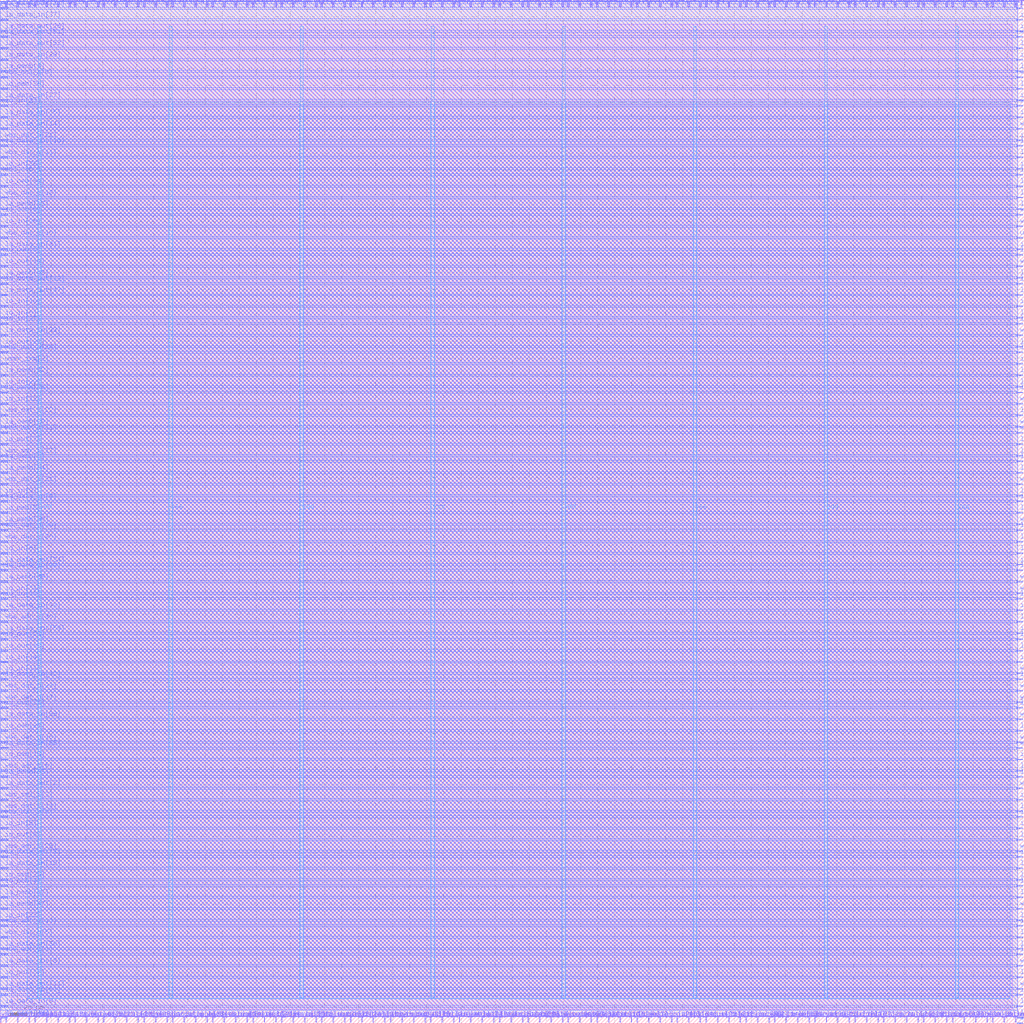
<source format=lef>
VERSION 5.7 ;
  NOWIREEXTENSIONATPIN ON ;
  DIVIDERCHAR "/" ;
  BUSBITCHARS "[]" ;
MACRO tiny_user_project
  CLASS BLOCK ;
  FOREIGN tiny_user_project ;
  ORIGIN 0.000 0.000 ;
  SIZE 600.000 BY 600.000 ;
  PIN io_in[0]
    DIRECTION INPUT ;
    USE SIGNAL ;
    PORT
      LAYER Metal3 ;
        RECT 1.000 413.280 4.000 413.840 ;
    END
  END io_in[0]
  PIN io_in[10]
    DIRECTION INPUT ;
    USE SIGNAL ;
    PORT
      LAYER Metal3 ;
        RECT 1.000 420.000 4.000 420.560 ;
    END
  END io_in[10]
  PIN io_in[11]
    DIRECTION INPUT ;
    USE SIGNAL ;
    PORT
      LAYER Metal3 ;
        RECT 1.000 204.960 4.000 205.520 ;
    END
  END io_in[11]
  PIN io_in[12]
    DIRECTION INPUT ;
    USE SIGNAL ;
    PORT
      LAYER Metal3 ;
        RECT 1.000 362.880 4.000 363.440 ;
    END
  END io_in[12]
  PIN io_in[13]
    DIRECTION INPUT ;
    USE SIGNAL ;
    PORT
      LAYER Metal3 ;
        RECT 1.000 248.640 4.000 249.200 ;
    END
  END io_in[13]
  PIN io_in[14]
    DIRECTION INPUT ;
    USE SIGNAL ;
    PORT
      LAYER Metal3 ;
        RECT 1.000 211.680 4.000 212.240 ;
    END
  END io_in[14]
  PIN io_in[15]
    DIRECTION INPUT ;
    USE SIGNAL ;
    PORT
      LAYER Metal2 ;
        RECT 315.840 596.000 316.400 599.000 ;
    END
  END io_in[15]
  PIN io_in[16]
    DIRECTION INPUT ;
    USE SIGNAL ;
    PORT
      LAYER Metal3 ;
        RECT 596.000 120.960 599.000 121.520 ;
    END
  END io_in[16]
  PIN io_in[17]
    DIRECTION INPUT ;
    USE SIGNAL ;
    PORT
      LAYER Metal3 ;
        RECT 596.000 564.480 599.000 565.040 ;
    END
  END io_in[17]
  PIN io_in[18]
    DIRECTION INPUT ;
    USE SIGNAL ;
    PORT
      LAYER Metal2 ;
        RECT 403.200 596.000 403.760 599.000 ;
    END
  END io_in[18]
  PIN io_in[19]
    DIRECTION INPUT ;
    USE SIGNAL ;
    PORT
      LAYER Metal2 ;
        RECT 588.000 1.000 588.560 4.000 ;
    END
  END io_in[19]
  PIN io_in[1]
    DIRECTION INPUT ;
    USE SIGNAL ;
    PORT
      LAYER Metal2 ;
        RECT 73.920 596.000 74.480 599.000 ;
    END
  END io_in[1]
  PIN io_in[20]
    DIRECTION INPUT ;
    USE SIGNAL ;
    PORT
      LAYER Metal2 ;
        RECT 477.120 596.000 477.680 599.000 ;
    END
  END io_in[20]
  PIN io_in[21]
    DIRECTION INPUT ;
    USE SIGNAL ;
    PORT
      LAYER Metal2 ;
        RECT 420.000 1.000 420.560 4.000 ;
    END
  END io_in[21]
  PIN io_in[22]
    DIRECTION INPUT ;
    USE SIGNAL ;
    PORT
      LAYER Metal2 ;
        RECT 598.080 596.000 598.640 599.000 ;
    END
  END io_in[22]
  PIN io_in[23]
    DIRECTION INPUT ;
    USE SIGNAL ;
    PORT
      LAYER Metal3 ;
        RECT 596.000 517.440 599.000 518.000 ;
    END
  END io_in[23]
  PIN io_in[24]
    DIRECTION INPUT ;
    USE SIGNAL ;
    PORT
      LAYER Metal2 ;
        RECT 497.280 1.000 497.840 4.000 ;
    END
  END io_in[24]
  PIN io_in[25]
    DIRECTION INPUT ;
    USE SIGNAL ;
    PORT
      LAYER Metal2 ;
        RECT 80.640 1.000 81.200 4.000 ;
    END
  END io_in[25]
  PIN io_in[26]
    DIRECTION INPUT ;
    USE SIGNAL ;
    PORT
      LAYER Metal3 ;
        RECT 1.000 500.640 4.000 501.200 ;
    END
  END io_in[26]
  PIN io_in[27]
    DIRECTION INPUT ;
    USE SIGNAL ;
    PORT
      LAYER Metal3 ;
        RECT 1.000 409.920 4.000 410.480 ;
    END
  END io_in[27]
  PIN io_in[28]
    DIRECTION INPUT ;
    USE SIGNAL ;
    PORT
      LAYER Metal3 ;
        RECT 1.000 467.040 4.000 467.600 ;
    END
  END io_in[28]
  PIN io_in[29]
    DIRECTION INPUT ;
    USE SIGNAL ;
    PORT
      LAYER Metal3 ;
        RECT 1.000 372.960 4.000 373.520 ;
    END
  END io_in[29]
  PIN io_in[2]
    DIRECTION INPUT ;
    USE SIGNAL ;
    PORT
      LAYER Metal3 ;
        RECT 596.000 594.720 599.000 595.280 ;
    END
  END io_in[2]
  PIN io_in[30]
    DIRECTION INPUT ;
    USE SIGNAL ;
    PORT
      LAYER Metal2 ;
        RECT 393.120 1.000 393.680 4.000 ;
    END
  END io_in[30]
  PIN io_in[31]
    DIRECTION INPUT ;
    USE SIGNAL ;
    PORT
      LAYER Metal3 ;
        RECT 1.000 252.000 4.000 252.560 ;
    END
  END io_in[31]
  PIN io_in[32]
    DIRECTION INPUT ;
    USE SIGNAL ;
    PORT
      LAYER Metal2 ;
        RECT 507.360 1.000 507.920 4.000 ;
    END
  END io_in[32]
  PIN io_in[33]
    DIRECTION INPUT ;
    USE SIGNAL ;
    PORT
      LAYER Metal3 ;
        RECT 1.000 60.480 4.000 61.040 ;
    END
  END io_in[33]
  PIN io_in[34]
    DIRECTION INPUT ;
    USE SIGNAL ;
    PORT
      LAYER Metal3 ;
        RECT 1.000 537.600 4.000 538.160 ;
    END
  END io_in[34]
  PIN io_in[35]
    DIRECTION INPUT ;
    USE SIGNAL ;
    PORT
      LAYER Metal2 ;
        RECT 537.600 596.000 538.160 599.000 ;
    END
  END io_in[35]
  PIN io_in[36]
    DIRECTION INPUT ;
    USE SIGNAL ;
    PORT
      LAYER Metal3 ;
        RECT 596.000 530.880 599.000 531.440 ;
    END
  END io_in[36]
  PIN io_in[37]
    DIRECTION INPUT ;
    USE SIGNAL ;
    PORT
      LAYER Metal3 ;
        RECT 596.000 453.600 599.000 454.160 ;
    END
  END io_in[37]
  PIN io_in[3]
    DIRECTION INPUT ;
    USE SIGNAL ;
    PORT
      LAYER Metal3 ;
        RECT 596.000 588.000 599.000 588.560 ;
    END
  END io_in[3]
  PIN io_in[4]
    DIRECTION INPUT ;
    USE SIGNAL ;
    PORT
      LAYER Metal3 ;
        RECT 596.000 268.800 599.000 269.360 ;
    END
  END io_in[4]
  PIN io_in[5]
    DIRECTION INPUT ;
    USE SIGNAL ;
    PORT
      LAYER Metal3 ;
        RECT 1.000 114.240 4.000 114.800 ;
    END
  END io_in[5]
  PIN io_in[6]
    DIRECTION INPUT ;
    USE SIGNAL ;
    PORT
      LAYER Metal3 ;
        RECT 596.000 114.240 599.000 114.800 ;
    END
  END io_in[6]
  PIN io_in[7]
    DIRECTION INPUT ;
    USE SIGNAL ;
    PORT
      LAYER Metal2 ;
        RECT 490.560 596.000 491.120 599.000 ;
    END
  END io_in[7]
  PIN io_in[8]
    DIRECTION INPUT ;
    USE SIGNAL ;
    PORT
      LAYER Metal3 ;
        RECT 1.000 275.520 4.000 276.080 ;
    END
  END io_in[8]
  PIN io_in[9]
    DIRECTION INPUT ;
    USE SIGNAL ;
    PORT
      LAYER Metal3 ;
        RECT 1.000 309.120 4.000 309.680 ;
    END
  END io_in[9]
  PIN io_oeb[0]
    DIRECTION OUTPUT TRISTATE ;
    USE SIGNAL ;
    PORT
      LAYER Metal3 ;
        RECT 596.000 420.000 599.000 420.560 ;
    END
  END io_oeb[0]
  PIN io_oeb[10]
    DIRECTION OUTPUT TRISTATE ;
    USE SIGNAL ;
    PORT
      LAYER Metal3 ;
        RECT 596.000 386.400 599.000 386.960 ;
    END
  END io_oeb[10]
  PIN io_oeb[11]
    DIRECTION OUTPUT TRISTATE ;
    USE SIGNAL ;
    PORT
      LAYER Metal2 ;
        RECT 20.160 596.000 20.720 599.000 ;
    END
  END io_oeb[11]
  PIN io_oeb[12]
    DIRECTION OUTPUT TRISTATE ;
    USE SIGNAL ;
    PORT
      LAYER Metal2 ;
        RECT 369.600 1.000 370.160 4.000 ;
    END
  END io_oeb[12]
  PIN io_oeb[13]
    DIRECTION OUTPUT TRISTATE ;
    USE SIGNAL ;
    PORT
      LAYER Metal3 ;
        RECT 1.000 154.560 4.000 155.120 ;
    END
  END io_oeb[13]
  PIN io_oeb[14]
    DIRECTION OUTPUT TRISTATE ;
    USE SIGNAL ;
    PORT
      LAYER Metal2 ;
        RECT 547.680 1.000 548.240 4.000 ;
    END
  END io_oeb[14]
  PIN io_oeb[15]
    DIRECTION OUTPUT TRISTATE ;
    USE SIGNAL ;
    PORT
      LAYER Metal2 ;
        RECT 379.680 596.000 380.240 599.000 ;
    END
  END io_oeb[15]
  PIN io_oeb[16]
    DIRECTION OUTPUT TRISTATE ;
    USE SIGNAL ;
    PORT
      LAYER Metal2 ;
        RECT 171.360 1.000 171.920 4.000 ;
    END
  END io_oeb[16]
  PIN io_oeb[17]
    DIRECTION OUTPUT TRISTATE ;
    USE SIGNAL ;
    PORT
      LAYER Metal2 ;
        RECT 57.120 1.000 57.680 4.000 ;
    END
  END io_oeb[17]
  PIN io_oeb[18]
    DIRECTION OUTPUT TRISTATE ;
    USE SIGNAL ;
    PORT
      LAYER Metal2 ;
        RECT 26.880 596.000 27.440 599.000 ;
    END
  END io_oeb[18]
  PIN io_oeb[19]
    DIRECTION OUTPUT TRISTATE ;
    USE SIGNAL ;
    PORT
      LAYER Metal2 ;
        RECT 211.680 596.000 212.240 599.000 ;
    END
  END io_oeb[19]
  PIN io_oeb[1]
    DIRECTION OUTPUT TRISTATE ;
    USE SIGNAL ;
    PORT
      LAYER Metal2 ;
        RECT 161.280 596.000 161.840 599.000 ;
    END
  END io_oeb[1]
  PIN io_oeb[20]
    DIRECTION OUTPUT TRISTATE ;
    USE SIGNAL ;
    PORT
      LAYER Metal2 ;
        RECT 346.080 596.000 346.640 599.000 ;
    END
  END io_oeb[20]
  PIN io_oeb[21]
    DIRECTION OUTPUT TRISTATE ;
    USE SIGNAL ;
    PORT
      LAYER Metal2 ;
        RECT 514.080 1.000 514.640 4.000 ;
    END
  END io_oeb[21]
  PIN io_oeb[22]
    DIRECTION OUTPUT TRISTATE ;
    USE SIGNAL ;
    PORT
      LAYER Metal3 ;
        RECT 596.000 154.560 599.000 155.120 ;
    END
  END io_oeb[22]
  PIN io_oeb[23]
    DIRECTION OUTPUT TRISTATE ;
    USE SIGNAL ;
    PORT
      LAYER Metal2 ;
        RECT 581.280 596.000 581.840 599.000 ;
    END
  END io_oeb[23]
  PIN io_oeb[24]
    DIRECTION OUTPUT TRISTATE ;
    USE SIGNAL ;
    PORT
      LAYER Metal3 ;
        RECT 1.000 171.360 4.000 171.920 ;
    END
  END io_oeb[24]
  PIN io_oeb[25]
    DIRECTION OUTPUT TRISTATE ;
    USE SIGNAL ;
    PORT
      LAYER Metal3 ;
        RECT 1.000 84.000 4.000 84.560 ;
    END
  END io_oeb[25]
  PIN io_oeb[26]
    DIRECTION OUTPUT TRISTATE ;
    USE SIGNAL ;
    PORT
      LAYER Metal3 ;
        RECT 1.000 547.680 4.000 548.240 ;
    END
  END io_oeb[26]
  PIN io_oeb[27]
    DIRECTION OUTPUT TRISTATE ;
    USE SIGNAL ;
    PORT
      LAYER Metal2 ;
        RECT 500.640 1.000 501.200 4.000 ;
    END
  END io_oeb[27]
  PIN io_oeb[28]
    DIRECTION OUTPUT TRISTATE ;
    USE SIGNAL ;
    PORT
      LAYER Metal2 ;
        RECT 10.080 596.000 10.640 599.000 ;
    END
  END io_oeb[28]
  PIN io_oeb[29]
    DIRECTION OUTPUT TRISTATE ;
    USE SIGNAL ;
    PORT
      LAYER Metal3 ;
        RECT 596.000 305.760 599.000 306.320 ;
    END
  END io_oeb[29]
  PIN io_oeb[2]
    DIRECTION OUTPUT TRISTATE ;
    USE SIGNAL ;
    PORT
      LAYER Metal3 ;
        RECT 596.000 228.480 599.000 229.040 ;
    END
  END io_oeb[2]
  PIN io_oeb[30]
    DIRECTION OUTPUT TRISTATE ;
    USE SIGNAL ;
    PORT
      LAYER Metal2 ;
        RECT 564.480 1.000 565.040 4.000 ;
    END
  END io_oeb[30]
  PIN io_oeb[31]
    DIRECTION OUTPUT TRISTATE ;
    USE SIGNAL ;
    PORT
      LAYER Metal3 ;
        RECT 1.000 184.800 4.000 185.360 ;
    END
  END io_oeb[31]
  PIN io_oeb[32]
    DIRECTION OUTPUT TRISTATE ;
    USE SIGNAL ;
    PORT
      LAYER Metal2 ;
        RECT 524.160 596.000 524.720 599.000 ;
    END
  END io_oeb[32]
  PIN io_oeb[33]
    DIRECTION OUTPUT TRISTATE ;
    USE SIGNAL ;
    PORT
      LAYER Metal3 ;
        RECT 596.000 97.440 599.000 98.000 ;
    END
  END io_oeb[33]
  PIN io_oeb[34]
    DIRECTION OUTPUT TRISTATE ;
    USE SIGNAL ;
    PORT
      LAYER Metal3 ;
        RECT 1.000 490.560 4.000 491.120 ;
    END
  END io_oeb[34]
  PIN io_oeb[35]
    DIRECTION OUTPUT TRISTATE ;
    USE SIGNAL ;
    PORT
      LAYER Metal3 ;
        RECT 596.000 540.960 599.000 541.520 ;
    END
  END io_oeb[35]
  PIN io_oeb[36]
    DIRECTION OUTPUT TRISTATE ;
    USE SIGNAL ;
    PORT
      LAYER Metal2 ;
        RECT 332.640 596.000 333.200 599.000 ;
    END
  END io_oeb[36]
  PIN io_oeb[37]
    DIRECTION OUTPUT TRISTATE ;
    USE SIGNAL ;
    PORT
      LAYER Metal3 ;
        RECT 596.000 241.920 599.000 242.480 ;
    END
  END io_oeb[37]
  PIN io_oeb[3]
    DIRECTION OUTPUT TRISTATE ;
    USE SIGNAL ;
    PORT
      LAYER Metal3 ;
        RECT 1.000 450.240 4.000 450.800 ;
    END
  END io_oeb[3]
  PIN io_oeb[4]
    DIRECTION OUTPUT TRISTATE ;
    USE SIGNAL ;
    PORT
      LAYER Metal3 ;
        RECT 1.000 80.640 4.000 81.200 ;
    END
  END io_oeb[4]
  PIN io_oeb[5]
    DIRECTION OUTPUT TRISTATE ;
    USE SIGNAL ;
    PORT
      LAYER Metal2 ;
        RECT 436.800 596.000 437.360 599.000 ;
    END
  END io_oeb[5]
  PIN io_oeb[6]
    DIRECTION OUTPUT TRISTATE ;
    USE SIGNAL ;
    PORT
      LAYER Metal3 ;
        RECT 1.000 473.760 4.000 474.320 ;
    END
  END io_oeb[6]
  PIN io_oeb[7]
    DIRECTION OUTPUT TRISTATE ;
    USE SIGNAL ;
    PORT
      LAYER Metal2 ;
        RECT 288.960 596.000 289.520 599.000 ;
    END
  END io_oeb[7]
  PIN io_oeb[8]
    DIRECTION OUTPUT TRISTATE ;
    USE SIGNAL ;
    PORT
      LAYER Metal3 ;
        RECT 1.000 299.040 4.000 299.600 ;
    END
  END io_oeb[8]
  PIN io_oeb[9]
    DIRECTION OUTPUT TRISTATE ;
    USE SIGNAL ;
    PORT
      LAYER Metal3 ;
        RECT 596.000 581.280 599.000 581.840 ;
    END
  END io_oeb[9]
  PIN io_out[0]
    DIRECTION OUTPUT TRISTATE ;
    USE SIGNAL ;
    PORT
      LAYER Metal2 ;
        RECT 97.440 596.000 98.000 599.000 ;
    END
  END io_out[0]
  PIN io_out[10]
    DIRECTION OUTPUT TRISTATE ;
    USE SIGNAL ;
    PORT
      LAYER Metal2 ;
        RECT 184.800 596.000 185.360 599.000 ;
    END
  END io_out[10]
  PIN io_out[11]
    DIRECTION OUTPUT TRISTATE ;
    USE SIGNAL ;
    PORT
      LAYER Metal2 ;
        RECT 386.400 1.000 386.960 4.000 ;
    END
  END io_out[11]
  PIN io_out[12]
    DIRECTION OUTPUT TRISTATE ;
    USE SIGNAL ;
    PORT
      LAYER Metal2 ;
        RECT 588.000 596.000 588.560 599.000 ;
    END
  END io_out[12]
  PIN io_out[13]
    DIRECTION OUTPUT TRISTATE ;
    USE SIGNAL ;
    PORT
      LAYER Metal3 ;
        RECT 1.000 598.080 4.000 598.640 ;
    END
  END io_out[13]
  PIN io_out[14]
    DIRECTION OUTPUT TRISTATE ;
    USE SIGNAL ;
    PORT
      LAYER Metal3 ;
        RECT 1.000 443.520 4.000 444.080 ;
    END
  END io_out[14]
  PIN io_out[15]
    DIRECTION OUTPUT TRISTATE ;
    USE SIGNAL ;
    PORT
      LAYER Metal2 ;
        RECT 241.920 1.000 242.480 4.000 ;
    END
  END io_out[15]
  PIN io_out[16]
    DIRECTION OUTPUT TRISTATE ;
    USE SIGNAL ;
    PORT
      LAYER Metal3 ;
        RECT 596.000 500.640 599.000 501.200 ;
    END
  END io_out[16]
  PIN io_out[17]
    DIRECTION OUTPUT TRISTATE ;
    USE SIGNAL ;
    PORT
      LAYER Metal2 ;
        RECT 67.200 1.000 67.760 4.000 ;
    END
  END io_out[17]
  PIN io_out[18]
    DIRECTION OUTPUT TRISTATE ;
    USE SIGNAL ;
    PORT
      LAYER Metal2 ;
        RECT 557.760 1.000 558.320 4.000 ;
    END
  END io_out[18]
  PIN io_out[19]
    DIRECTION OUTPUT TRISTATE ;
    USE SIGNAL ;
    PORT
      LAYER Metal2 ;
        RECT 131.040 596.000 131.600 599.000 ;
    END
  END io_out[19]
  PIN io_out[1]
    DIRECTION OUTPUT TRISTATE ;
    USE SIGNAL ;
    PORT
      LAYER Metal2 ;
        RECT 40.320 1.000 40.880 4.000 ;
    END
  END io_out[1]
  PIN io_out[20]
    DIRECTION OUTPUT TRISTATE ;
    USE SIGNAL ;
    PORT
      LAYER Metal3 ;
        RECT 596.000 57.120 599.000 57.680 ;
    END
  END io_out[20]
  PIN io_out[21]
    DIRECTION OUTPUT TRISTATE ;
    USE SIGNAL ;
    PORT
      LAYER Metal3 ;
        RECT 1.000 396.480 4.000 397.040 ;
    END
  END io_out[21]
  PIN io_out[22]
    DIRECTION OUTPUT TRISTATE ;
    USE SIGNAL ;
    PORT
      LAYER Metal3 ;
        RECT 596.000 131.040 599.000 131.600 ;
    END
  END io_out[22]
  PIN io_out[23]
    DIRECTION OUTPUT TRISTATE ;
    USE SIGNAL ;
    PORT
      LAYER Metal3 ;
        RECT 1.000 225.120 4.000 225.680 ;
    END
  END io_out[23]
  PIN io_out[24]
    DIRECTION OUTPUT TRISTATE ;
    USE SIGNAL ;
    PORT
      LAYER Metal2 ;
        RECT 524.160 1.000 524.720 4.000 ;
    END
  END io_out[24]
  PIN io_out[25]
    DIRECTION OUTPUT TRISTATE ;
    USE SIGNAL ;
    PORT
      LAYER Metal3 ;
        RECT 596.000 16.800 599.000 17.360 ;
    END
  END io_out[25]
  PIN io_out[26]
    DIRECTION OUTPUT TRISTATE ;
    USE SIGNAL ;
    PORT
      LAYER Metal2 ;
        RECT 252.000 1.000 252.560 4.000 ;
    END
  END io_out[26]
  PIN io_out[27]
    DIRECTION OUTPUT TRISTATE ;
    USE SIGNAL ;
    PORT
      LAYER Metal2 ;
        RECT 201.600 1.000 202.160 4.000 ;
    END
  END io_out[27]
  PIN io_out[28]
    DIRECTION OUTPUT TRISTATE ;
    USE SIGNAL ;
    PORT
      LAYER Metal2 ;
        RECT 420.000 596.000 420.560 599.000 ;
    END
  END io_out[28]
  PIN io_out[29]
    DIRECTION OUTPUT TRISTATE ;
    USE SIGNAL ;
    PORT
      LAYER Metal2 ;
        RECT 409.920 1.000 410.480 4.000 ;
    END
  END io_out[29]
  PIN io_out[2]
    DIRECTION OUTPUT TRISTATE ;
    USE SIGNAL ;
    PORT
      LAYER Metal3 ;
        RECT 596.000 211.680 599.000 212.240 ;
    END
  END io_out[2]
  PIN io_out[30]
    DIRECTION OUTPUT TRISTATE ;
    USE SIGNAL ;
    PORT
      LAYER Metal2 ;
        RECT 547.680 596.000 548.240 599.000 ;
    END
  END io_out[30]
  PIN io_out[31]
    DIRECTION OUTPUT TRISTATE ;
    USE SIGNAL ;
    PORT
      LAYER Metal2 ;
        RECT 211.680 1.000 212.240 4.000 ;
    END
  END io_out[31]
  PIN io_out[32]
    DIRECTION OUTPUT TRISTATE ;
    USE SIGNAL ;
    PORT
      LAYER Metal2 ;
        RECT 372.960 596.000 373.520 599.000 ;
    END
  END io_out[32]
  PIN io_out[33]
    DIRECTION OUTPUT TRISTATE ;
    USE SIGNAL ;
    PORT
      LAYER Metal3 ;
        RECT 1.000 218.400 4.000 218.960 ;
    END
  END io_out[33]
  PIN io_out[34]
    DIRECTION OUTPUT TRISTATE ;
    USE SIGNAL ;
    PORT
      LAYER Metal2 ;
        RECT 396.480 1.000 397.040 4.000 ;
    END
  END io_out[34]
  PIN io_out[35]
    DIRECTION OUTPUT TRISTATE ;
    USE SIGNAL ;
    PORT
      LAYER Metal2 ;
        RECT 356.160 1.000 356.720 4.000 ;
    END
  END io_out[35]
  PIN io_out[36]
    DIRECTION OUTPUT TRISTATE ;
    USE SIGNAL ;
    PORT
      LAYER Metal2 ;
        RECT 144.480 1.000 145.040 4.000 ;
    END
  END io_out[36]
  PIN io_out[37]
    DIRECTION OUTPUT TRISTATE ;
    USE SIGNAL ;
    PORT
      LAYER Metal3 ;
        RECT 1.000 26.880 4.000 27.440 ;
    END
  END io_out[37]
  PIN io_out[3]
    DIRECTION OUTPUT TRISTATE ;
    USE SIGNAL ;
    PORT
      LAYER Metal2 ;
        RECT 275.520 596.000 276.080 599.000 ;
    END
  END io_out[3]
  PIN io_out[4]
    DIRECTION OUTPUT TRISTATE ;
    USE SIGNAL ;
    PORT
      LAYER Metal2 ;
        RECT 275.520 1.000 276.080 4.000 ;
    END
  END io_out[4]
  PIN io_out[5]
    DIRECTION OUTPUT TRISTATE ;
    USE SIGNAL ;
    PORT
      LAYER Metal2 ;
        RECT 252.000 596.000 252.560 599.000 ;
    END
  END io_out[5]
  PIN io_out[6]
    DIRECTION OUTPUT TRISTATE ;
    USE SIGNAL ;
    PORT
      LAYER Metal3 ;
        RECT 1.000 107.520 4.000 108.080 ;
    END
  END io_out[6]
  PIN io_out[7]
    DIRECTION OUTPUT TRISTATE ;
    USE SIGNAL ;
    PORT
      LAYER Metal3 ;
        RECT 1.000 339.360 4.000 339.920 ;
    END
  END io_out[7]
  PIN io_out[8]
    DIRECTION OUTPUT TRISTATE ;
    USE SIGNAL ;
    PORT
      LAYER Metal2 ;
        RECT 436.800 1.000 437.360 4.000 ;
    END
  END io_out[8]
  PIN io_out[9]
    DIRECTION OUTPUT TRISTATE ;
    USE SIGNAL ;
    PORT
      LAYER Metal2 ;
        RECT 154.560 1.000 155.120 4.000 ;
    END
  END io_out[9]
  PIN la_data_in[0]
    DIRECTION INPUT ;
    USE SIGNAL ;
    PORT
      LAYER Metal3 ;
        RECT 1.000 305.760 4.000 306.320 ;
    END
  END la_data_in[0]
  PIN la_data_in[10]
    DIRECTION INPUT ;
    USE SIGNAL ;
    PORT
      LAYER Metal3 ;
        RECT 596.000 557.760 599.000 558.320 ;
    END
  END la_data_in[10]
  PIN la_data_in[11]
    DIRECTION INPUT ;
    USE SIGNAL ;
    PORT
      LAYER Metal3 ;
        RECT 596.000 265.440 599.000 266.000 ;
    END
  END la_data_in[11]
  PIN la_data_in[12]
    DIRECTION INPUT ;
    USE SIGNAL ;
    PORT
      LAYER Metal2 ;
        RECT 184.800 1.000 185.360 4.000 ;
    END
  END la_data_in[12]
  PIN la_data_in[13]
    DIRECTION INPUT ;
    USE SIGNAL ;
    PORT
      LAYER Metal2 ;
        RECT 241.920 596.000 242.480 599.000 ;
    END
  END la_data_in[13]
  PIN la_data_in[14]
    DIRECTION INPUT ;
    USE SIGNAL ;
    PORT
      LAYER Metal3 ;
        RECT 1.000 524.160 4.000 524.720 ;
    END
  END la_data_in[14]
  PIN la_data_in[15]
    DIRECTION INPUT ;
    USE SIGNAL ;
    PORT
      LAYER Metal3 ;
        RECT 596.000 433.440 599.000 434.000 ;
    END
  END la_data_in[15]
  PIN la_data_in[16]
    DIRECTION INPUT ;
    USE SIGNAL ;
    PORT
      LAYER Metal2 ;
        RECT 57.120 596.000 57.680 599.000 ;
    END
  END la_data_in[16]
  PIN la_data_in[17]
    DIRECTION INPUT ;
    USE SIGNAL ;
    PORT
      LAYER Metal3 ;
        RECT 596.000 90.720 599.000 91.280 ;
    END
  END la_data_in[17]
  PIN la_data_in[18]
    DIRECTION INPUT ;
    USE SIGNAL ;
    PORT
      LAYER Metal2 ;
        RECT 299.040 596.000 299.600 599.000 ;
    END
  END la_data_in[18]
  PIN la_data_in[19]
    DIRECTION INPUT ;
    USE SIGNAL ;
    PORT
      LAYER Metal3 ;
        RECT 1.000 90.720 4.000 91.280 ;
    END
  END la_data_in[19]
  PIN la_data_in[1]
    DIRECTION INPUT ;
    USE SIGNAL ;
    PORT
      LAYER Metal2 ;
        RECT 137.760 596.000 138.320 599.000 ;
    END
  END la_data_in[1]
  PIN la_data_in[20]
    DIRECTION INPUT ;
    USE SIGNAL ;
    PORT
      LAYER Metal3 ;
        RECT 596.000 124.320 599.000 124.880 ;
    END
  END la_data_in[20]
  PIN la_data_in[21]
    DIRECTION INPUT ;
    USE SIGNAL ;
    PORT
      LAYER Metal3 ;
        RECT 1.000 453.600 4.000 454.160 ;
    END
  END la_data_in[21]
  PIN la_data_in[22]
    DIRECTION INPUT ;
    USE SIGNAL ;
    PORT
      LAYER Metal3 ;
        RECT 1.000 265.440 4.000 266.000 ;
    END
  END la_data_in[22]
  PIN la_data_in[23]
    DIRECTION INPUT ;
    USE SIGNAL ;
    PORT
      LAYER Metal3 ;
        RECT 596.000 450.240 599.000 450.800 ;
    END
  END la_data_in[23]
  PIN la_data_in[24]
    DIRECTION INPUT ;
    USE SIGNAL ;
    PORT
      LAYER Metal2 ;
        RECT 305.760 596.000 306.320 599.000 ;
    END
  END la_data_in[24]
  PIN la_data_in[25]
    DIRECTION INPUT ;
    USE SIGNAL ;
    PORT
      LAYER Metal2 ;
        RECT 124.320 596.000 124.880 599.000 ;
    END
  END la_data_in[25]
  PIN la_data_in[26]
    DIRECTION INPUT ;
    USE SIGNAL ;
    PORT
      LAYER Metal2 ;
        RECT 369.600 596.000 370.160 599.000 ;
    END
  END la_data_in[26]
  PIN la_data_in[27]
    DIRECTION INPUT ;
    USE SIGNAL ;
    PORT
      LAYER Metal3 ;
        RECT 1.000 540.960 4.000 541.520 ;
    END
  END la_data_in[27]
  PIN la_data_in[28]
    DIRECTION INPUT ;
    USE SIGNAL ;
    PORT
      LAYER Metal3 ;
        RECT 1.000 564.480 4.000 565.040 ;
    END
  END la_data_in[28]
  PIN la_data_in[29]
    DIRECTION INPUT ;
    USE SIGNAL ;
    PORT
      LAYER Metal3 ;
        RECT 596.000 147.840 599.000 148.400 ;
    END
  END la_data_in[29]
  PIN la_data_in[2]
    DIRECTION INPUT ;
    USE SIGNAL ;
    PORT
      LAYER Metal2 ;
        RECT 265.440 596.000 266.000 599.000 ;
    END
  END la_data_in[2]
  PIN la_data_in[30]
    DIRECTION INPUT ;
    USE SIGNAL ;
    PORT
      LAYER Metal3 ;
        RECT 1.000 43.680 4.000 44.240 ;
    END
  END la_data_in[30]
  PIN la_data_in[31]
    DIRECTION INPUT ;
    USE SIGNAL ;
    PORT
      LAYER Metal2 ;
        RECT 507.360 596.000 507.920 599.000 ;
    END
  END la_data_in[31]
  PIN la_data_in[32]
    DIRECTION INPUT ;
    USE SIGNAL ;
    PORT
      LAYER Metal3 ;
        RECT 1.000 241.920 4.000 242.480 ;
    END
  END la_data_in[32]
  PIN la_data_in[33]
    DIRECTION INPUT ;
    USE SIGNAL ;
    PORT
      LAYER Metal3 ;
        RECT 1.000 403.200 4.000 403.760 ;
    END
  END la_data_in[33]
  PIN la_data_in[34]
    DIRECTION INPUT ;
    USE SIGNAL ;
    PORT
      LAYER Metal2 ;
        RECT 43.680 596.000 44.240 599.000 ;
    END
  END la_data_in[34]
  PIN la_data_in[35]
    DIRECTION INPUT ;
    USE SIGNAL ;
    PORT
      LAYER Metal3 ;
        RECT 1.000 530.880 4.000 531.440 ;
    END
  END la_data_in[35]
  PIN la_data_in[36]
    DIRECTION INPUT ;
    USE SIGNAL ;
    PORT
      LAYER Metal2 ;
        RECT 426.720 1.000 427.280 4.000 ;
    END
  END la_data_in[36]
  PIN la_data_in[37]
    DIRECTION INPUT ;
    USE SIGNAL ;
    PORT
      LAYER Metal3 ;
        RECT 1.000 588.000 4.000 588.560 ;
    END
  END la_data_in[37]
  PIN la_data_in[38]
    DIRECTION INPUT ;
    USE SIGNAL ;
    PORT
      LAYER Metal2 ;
        RECT 268.800 1.000 269.360 4.000 ;
    END
  END la_data_in[38]
  PIN la_data_in[39]
    DIRECTION INPUT ;
    USE SIGNAL ;
    PORT
      LAYER Metal2 ;
        RECT 329.280 596.000 329.840 599.000 ;
    END
  END la_data_in[39]
  PIN la_data_in[3]
    DIRECTION INPUT ;
    USE SIGNAL ;
    PORT
      LAYER Metal3 ;
        RECT 596.000 329.280 599.000 329.840 ;
    END
  END la_data_in[3]
  PIN la_data_in[40]
    DIRECTION INPUT ;
    USE SIGNAL ;
    PORT
      LAYER Metal2 ;
        RECT 204.960 1.000 205.520 4.000 ;
    END
  END la_data_in[40]
  PIN la_data_in[41]
    DIRECTION INPUT ;
    USE SIGNAL ;
    PORT
      LAYER Metal2 ;
        RECT 288.960 1.000 289.520 4.000 ;
    END
  END la_data_in[41]
  PIN la_data_in[42]
    DIRECTION INPUT ;
    USE SIGNAL ;
    PORT
      LAYER Metal3 ;
        RECT 1.000 201.600 4.000 202.160 ;
    END
  END la_data_in[42]
  PIN la_data_in[43]
    DIRECTION INPUT ;
    USE SIGNAL ;
    PORT
      LAYER Metal2 ;
        RECT 564.480 596.000 565.040 599.000 ;
    END
  END la_data_in[43]
  PIN la_data_in[44]
    DIRECTION INPUT ;
    USE SIGNAL ;
    PORT
      LAYER Metal3 ;
        RECT 596.000 3.360 599.000 3.920 ;
    END
  END la_data_in[44]
  PIN la_data_in[45]
    DIRECTION INPUT ;
    USE SIGNAL ;
    PORT
      LAYER Metal2 ;
        RECT 194.880 1.000 195.440 4.000 ;
    END
  END la_data_in[45]
  PIN la_data_in[46]
    DIRECTION INPUT ;
    USE SIGNAL ;
    PORT
      LAYER Metal3 ;
        RECT 596.000 436.800 599.000 437.360 ;
    END
  END la_data_in[46]
  PIN la_data_in[47]
    DIRECTION INPUT ;
    USE SIGNAL ;
    PORT
      LAYER Metal2 ;
        RECT 372.960 1.000 373.520 4.000 ;
    END
  END la_data_in[47]
  PIN la_data_in[48]
    DIRECTION INPUT ;
    USE SIGNAL ;
    PORT
      LAYER Metal2 ;
        RECT 282.240 596.000 282.800 599.000 ;
    END
  END la_data_in[48]
  PIN la_data_in[49]
    DIRECTION INPUT ;
    USE SIGNAL ;
    PORT
      LAYER Metal2 ;
        RECT 228.480 596.000 229.040 599.000 ;
    END
  END la_data_in[49]
  PIN la_data_in[4]
    DIRECTION INPUT ;
    USE SIGNAL ;
    PORT
      LAYER Metal2 ;
        RECT 50.400 596.000 50.960 599.000 ;
    END
  END la_data_in[4]
  PIN la_data_in[50]
    DIRECTION INPUT ;
    USE SIGNAL ;
    PORT
      LAYER Metal2 ;
        RECT 235.200 596.000 235.760 599.000 ;
    END
  END la_data_in[50]
  PIN la_data_in[51]
    DIRECTION INPUT ;
    USE SIGNAL ;
    PORT
      LAYER Metal2 ;
        RECT 282.240 1.000 282.800 4.000 ;
    END
  END la_data_in[51]
  PIN la_data_in[52]
    DIRECTION INPUT ;
    USE SIGNAL ;
    PORT
      LAYER Metal3 ;
        RECT 596.000 201.600 599.000 202.160 ;
    END
  END la_data_in[52]
  PIN la_data_in[53]
    DIRECTION INPUT ;
    USE SIGNAL ;
    PORT
      LAYER Metal2 ;
        RECT 467.040 596.000 467.600 599.000 ;
    END
  END la_data_in[53]
  PIN la_data_in[54]
    DIRECTION INPUT ;
    USE SIGNAL ;
    PORT
      LAYER Metal2 ;
        RECT 426.720 596.000 427.280 599.000 ;
    END
  END la_data_in[54]
  PIN la_data_in[55]
    DIRECTION INPUT ;
    USE SIGNAL ;
    PORT
      LAYER Metal3 ;
        RECT 1.000 161.280 4.000 161.840 ;
    END
  END la_data_in[55]
  PIN la_data_in[56]
    DIRECTION INPUT ;
    USE SIGNAL ;
    PORT
      LAYER Metal3 ;
        RECT 1.000 178.080 4.000 178.640 ;
    END
  END la_data_in[56]
  PIN la_data_in[57]
    DIRECTION INPUT ;
    USE SIGNAL ;
    PORT
      LAYER Metal2 ;
        RECT 16.800 596.000 17.360 599.000 ;
    END
  END la_data_in[57]
  PIN la_data_in[58]
    DIRECTION INPUT ;
    USE SIGNAL ;
    PORT
      LAYER Metal2 ;
        RECT 218.400 1.000 218.960 4.000 ;
    END
  END la_data_in[58]
  PIN la_data_in[59]
    DIRECTION INPUT ;
    USE SIGNAL ;
    PORT
      LAYER Metal3 ;
        RECT 596.000 547.680 599.000 548.240 ;
    END
  END la_data_in[59]
  PIN la_data_in[5]
    DIRECTION INPUT ;
    USE SIGNAL ;
    PORT
      LAYER Metal2 ;
        RECT 100.800 1.000 101.360 4.000 ;
    END
  END la_data_in[5]
  PIN la_data_in[60]
    DIRECTION INPUT ;
    USE SIGNAL ;
    PORT
      LAYER Metal3 ;
        RECT 596.000 396.480 599.000 397.040 ;
    END
  END la_data_in[60]
  PIN la_data_in[61]
    DIRECTION INPUT ;
    USE SIGNAL ;
    PORT
      LAYER Metal3 ;
        RECT 1.000 16.800 4.000 17.360 ;
    END
  END la_data_in[61]
  PIN la_data_in[62]
    DIRECTION INPUT ;
    USE SIGNAL ;
    PORT
      LAYER Metal2 ;
        RECT 349.440 1.000 350.000 4.000 ;
    END
  END la_data_in[62]
  PIN la_data_in[63]
    DIRECTION INPUT ;
    USE SIGNAL ;
    PORT
      LAYER Metal2 ;
        RECT 154.560 596.000 155.120 599.000 ;
    END
  END la_data_in[63]
  PIN la_data_in[6]
    DIRECTION INPUT ;
    USE SIGNAL ;
    PORT
      LAYER Metal2 ;
        RECT 120.960 1.000 121.520 4.000 ;
    END
  END la_data_in[6]
  PIN la_data_in[7]
    DIRECTION INPUT ;
    USE SIGNAL ;
    PORT
      LAYER Metal3 ;
        RECT 596.000 218.400 599.000 218.960 ;
    END
  END la_data_in[7]
  PIN la_data_in[8]
    DIRECTION INPUT ;
    USE SIGNAL ;
    PORT
      LAYER Metal3 ;
        RECT 1.000 10.080 4.000 10.640 ;
    END
  END la_data_in[8]
  PIN la_data_in[9]
    DIRECTION INPUT ;
    USE SIGNAL ;
    PORT
      LAYER Metal2 ;
        RECT 540.960 596.000 541.520 599.000 ;
    END
  END la_data_in[9]
  PIN la_data_out[0]
    DIRECTION OUTPUT TRISTATE ;
    USE SIGNAL ;
    PORT
      LAYER Metal2 ;
        RECT 517.440 596.000 518.000 599.000 ;
    END
  END la_data_out[0]
  PIN la_data_out[10]
    DIRECTION OUTPUT TRISTATE ;
    USE SIGNAL ;
    PORT
      LAYER Metal3 ;
        RECT 596.000 322.560 599.000 323.120 ;
    END
  END la_data_out[10]
  PIN la_data_out[11]
    DIRECTION OUTPUT TRISTATE ;
    USE SIGNAL ;
    PORT
      LAYER Metal3 ;
        RECT 1.000 20.160 4.000 20.720 ;
    END
  END la_data_out[11]
  PIN la_data_out[12]
    DIRECTION OUTPUT TRISTATE ;
    USE SIGNAL ;
    PORT
      LAYER Metal3 ;
        RECT 1.000 433.440 4.000 434.000 ;
    END
  END la_data_out[12]
  PIN la_data_out[13]
    DIRECTION OUTPUT TRISTATE ;
    USE SIGNAL ;
    PORT
      LAYER Metal2 ;
        RECT 225.120 1.000 225.680 4.000 ;
    END
  END la_data_out[13]
  PIN la_data_out[14]
    DIRECTION OUTPUT TRISTATE ;
    USE SIGNAL ;
    PORT
      LAYER Metal3 ;
        RECT 596.000 248.640 599.000 249.200 ;
    END
  END la_data_out[14]
  PIN la_data_out[15]
    DIRECTION OUTPUT TRISTATE ;
    USE SIGNAL ;
    PORT
      LAYER Metal3 ;
        RECT 1.000 514.080 4.000 514.640 ;
    END
  END la_data_out[15]
  PIN la_data_out[16]
    DIRECTION OUTPUT TRISTATE ;
    USE SIGNAL ;
    PORT
      LAYER Metal3 ;
        RECT 596.000 332.640 599.000 333.200 ;
    END
  END la_data_out[16]
  PIN la_data_out[17]
    DIRECTION OUTPUT TRISTATE ;
    USE SIGNAL ;
    PORT
      LAYER Metal2 ;
        RECT 292.320 596.000 292.880 599.000 ;
    END
  END la_data_out[17]
  PIN la_data_out[18]
    DIRECTION OUTPUT TRISTATE ;
    USE SIGNAL ;
    PORT
      LAYER Metal3 ;
        RECT 596.000 497.280 599.000 497.840 ;
    END
  END la_data_out[18]
  PIN la_data_out[19]
    DIRECTION OUTPUT TRISTATE ;
    USE SIGNAL ;
    PORT
      LAYER Metal2 ;
        RECT 315.840 1.000 316.400 4.000 ;
    END
  END la_data_out[19]
  PIN la_data_out[1]
    DIRECTION OUTPUT TRISTATE ;
    USE SIGNAL ;
    PORT
      LAYER Metal3 ;
        RECT 596.000 282.240 599.000 282.800 ;
    END
  END la_data_out[1]
  PIN la_data_out[20]
    DIRECTION OUTPUT TRISTATE ;
    USE SIGNAL ;
    PORT
      LAYER Metal3 ;
        RECT 596.000 84.000 599.000 84.560 ;
    END
  END la_data_out[20]
  PIN la_data_out[21]
    DIRECTION OUTPUT TRISTATE ;
    USE SIGNAL ;
    PORT
      LAYER Metal3 ;
        RECT 1.000 594.720 4.000 595.280 ;
    END
  END la_data_out[21]
  PIN la_data_out[22]
    DIRECTION OUTPUT TRISTATE ;
    USE SIGNAL ;
    PORT
      LAYER Metal3 ;
        RECT 596.000 372.960 599.000 373.520 ;
    END
  END la_data_out[22]
  PIN la_data_out[23]
    DIRECTION OUTPUT TRISTATE ;
    USE SIGNAL ;
    PORT
      LAYER Metal2 ;
        RECT 178.080 1.000 178.640 4.000 ;
    END
  END la_data_out[23]
  PIN la_data_out[24]
    DIRECTION OUTPUT TRISTATE ;
    USE SIGNAL ;
    PORT
      LAYER Metal3 ;
        RECT 1.000 268.800 4.000 269.360 ;
    END
  END la_data_out[24]
  PIN la_data_out[25]
    DIRECTION OUTPUT TRISTATE ;
    USE SIGNAL ;
    PORT
      LAYER Metal2 ;
        RECT 322.560 1.000 323.120 4.000 ;
    END
  END la_data_out[25]
  PIN la_data_out[26]
    DIRECTION OUTPUT TRISTATE ;
    USE SIGNAL ;
    PORT
      LAYER Metal3 ;
        RECT 1.000 581.280 4.000 581.840 ;
    END
  END la_data_out[26]
  PIN la_data_out[27]
    DIRECTION OUTPUT TRISTATE ;
    USE SIGNAL ;
    PORT
      LAYER Metal2 ;
        RECT 362.880 596.000 363.440 599.000 ;
    END
  END la_data_out[27]
  PIN la_data_out[28]
    DIRECTION OUTPUT TRISTATE ;
    USE SIGNAL ;
    PORT
      LAYER Metal3 ;
        RECT 596.000 477.120 599.000 477.680 ;
    END
  END la_data_out[28]
  PIN la_data_out[29]
    DIRECTION OUTPUT TRISTATE ;
    USE SIGNAL ;
    PORT
      LAYER Metal2 ;
        RECT 258.720 1.000 259.280 4.000 ;
    END
  END la_data_out[29]
  PIN la_data_out[2]
    DIRECTION OUTPUT TRISTATE ;
    USE SIGNAL ;
    PORT
      LAYER Metal3 ;
        RECT 1.000 137.760 4.000 138.320 ;
    END
  END la_data_out[2]
  PIN la_data_out[30]
    DIRECTION OUTPUT TRISTATE ;
    USE SIGNAL ;
    PORT
      LAYER Metal3 ;
        RECT 596.000 275.520 599.000 276.080 ;
    END
  END la_data_out[30]
  PIN la_data_out[31]
    DIRECTION OUTPUT TRISTATE ;
    USE SIGNAL ;
    PORT
      LAYER Metal3 ;
        RECT 596.000 26.880 599.000 27.440 ;
    END
  END la_data_out[31]
  PIN la_data_out[32]
    DIRECTION OUTPUT TRISTATE ;
    USE SIGNAL ;
    PORT
      LAYER Metal2 ;
        RECT 349.440 596.000 350.000 599.000 ;
    END
  END la_data_out[32]
  PIN la_data_out[33]
    DIRECTION OUTPUT TRISTATE ;
    USE SIGNAL ;
    PORT
      LAYER Metal3 ;
        RECT 596.000 107.520 599.000 108.080 ;
    END
  END la_data_out[33]
  PIN la_data_out[34]
    DIRECTION OUTPUT TRISTATE ;
    USE SIGNAL ;
    PORT
      LAYER Metal2 ;
        RECT 292.320 1.000 292.880 4.000 ;
    END
  END la_data_out[34]
  PIN la_data_out[35]
    DIRECTION OUTPUT TRISTATE ;
    USE SIGNAL ;
    PORT
      LAYER Metal2 ;
        RECT 322.560 596.000 323.120 599.000 ;
    END
  END la_data_out[35]
  PIN la_data_out[36]
    DIRECTION OUTPUT TRISTATE ;
    USE SIGNAL ;
    PORT
      LAYER Metal3 ;
        RECT 596.000 483.840 599.000 484.400 ;
    END
  END la_data_out[36]
  PIN la_data_out[37]
    DIRECTION OUTPUT TRISTATE ;
    USE SIGNAL ;
    PORT
      LAYER Metal3 ;
        RECT 596.000 235.200 599.000 235.760 ;
    END
  END la_data_out[37]
  PIN la_data_out[38]
    DIRECTION OUTPUT TRISTATE ;
    USE SIGNAL ;
    PORT
      LAYER Metal3 ;
        RECT 596.000 10.080 599.000 10.640 ;
    END
  END la_data_out[38]
  PIN la_data_out[39]
    DIRECTION OUTPUT TRISTATE ;
    USE SIGNAL ;
    PORT
      LAYER Metal3 ;
        RECT 596.000 80.640 599.000 81.200 ;
    END
  END la_data_out[39]
  PIN la_data_out[3]
    DIRECTION OUTPUT TRISTATE ;
    USE SIGNAL ;
    PORT
      LAYER Metal3 ;
        RECT 1.000 97.440 4.000 98.000 ;
    END
  END la_data_out[3]
  PIN la_data_out[40]
    DIRECTION OUTPUT TRISTATE ;
    USE SIGNAL ;
    PORT
      LAYER Metal2 ;
        RECT 581.280 1.000 581.840 4.000 ;
    END
  END la_data_out[40]
  PIN la_data_out[41]
    DIRECTION OUTPUT TRISTATE ;
    USE SIGNAL ;
    PORT
      LAYER Metal3 ;
        RECT 596.000 184.800 599.000 185.360 ;
    END
  END la_data_out[41]
  PIN la_data_out[42]
    DIRECTION OUTPUT TRISTATE ;
    USE SIGNAL ;
    PORT
      LAYER Metal3 ;
        RECT 596.000 507.360 599.000 507.920 ;
    END
  END la_data_out[42]
  PIN la_data_out[43]
    DIRECTION OUTPUT TRISTATE ;
    USE SIGNAL ;
    PORT
      LAYER Metal2 ;
        RECT 33.600 1.000 34.160 4.000 ;
    END
  END la_data_out[43]
  PIN la_data_out[44]
    DIRECTION OUTPUT TRISTATE ;
    USE SIGNAL ;
    PORT
      LAYER Metal2 ;
        RECT 248.640 1.000 249.200 4.000 ;
    END
  END la_data_out[44]
  PIN la_data_out[45]
    DIRECTION OUTPUT TRISTATE ;
    USE SIGNAL ;
    PORT
      LAYER Metal2 ;
        RECT 90.720 596.000 91.280 599.000 ;
    END
  END la_data_out[45]
  PIN la_data_out[46]
    DIRECTION OUTPUT TRISTATE ;
    USE SIGNAL ;
    PORT
      LAYER Metal2 ;
        RECT 84.000 596.000 84.560 599.000 ;
    END
  END la_data_out[46]
  PIN la_data_out[47]
    DIRECTION OUTPUT TRISTATE ;
    USE SIGNAL ;
    PORT
      LAYER Metal3 ;
        RECT 1.000 426.720 4.000 427.280 ;
    END
  END la_data_out[47]
  PIN la_data_out[48]
    DIRECTION OUTPUT TRISTATE ;
    USE SIGNAL ;
    PORT
      LAYER Metal2 ;
        RECT 137.760 1.000 138.320 4.000 ;
    END
  END la_data_out[48]
  PIN la_data_out[49]
    DIRECTION OUTPUT TRISTATE ;
    USE SIGNAL ;
    PORT
      LAYER Metal2 ;
        RECT 540.960 1.000 541.520 4.000 ;
    END
  END la_data_out[49]
  PIN la_data_out[4]
    DIRECTION OUTPUT TRISTATE ;
    USE SIGNAL ;
    PORT
      LAYER Metal2 ;
        RECT 339.360 596.000 339.920 599.000 ;
    END
  END la_data_out[4]
  PIN la_data_out[50]
    DIRECTION OUTPUT TRISTATE ;
    USE SIGNAL ;
    PORT
      LAYER Metal2 ;
        RECT 204.960 596.000 205.520 599.000 ;
    END
  END la_data_out[50]
  PIN la_data_out[51]
    DIRECTION OUTPUT TRISTATE ;
    USE SIGNAL ;
    PORT
      LAYER Metal3 ;
        RECT 1.000 577.920 4.000 578.480 ;
    END
  END la_data_out[51]
  PIN la_data_out[52]
    DIRECTION OUTPUT TRISTATE ;
    USE SIGNAL ;
    PORT
      LAYER Metal3 ;
        RECT 596.000 40.320 599.000 40.880 ;
    END
  END la_data_out[52]
  PIN la_data_out[53]
    DIRECTION OUTPUT TRISTATE ;
    USE SIGNAL ;
    PORT
      LAYER Metal3 ;
        RECT 1.000 571.200 4.000 571.760 ;
    END
  END la_data_out[53]
  PIN la_data_out[54]
    DIRECTION OUTPUT TRISTATE ;
    USE SIGNAL ;
    PORT
      LAYER Metal3 ;
        RECT 596.000 409.920 599.000 410.480 ;
    END
  END la_data_out[54]
  PIN la_data_out[55]
    DIRECTION OUTPUT TRISTATE ;
    USE SIGNAL ;
    PORT
      LAYER Metal2 ;
        RECT 225.120 596.000 225.680 599.000 ;
    END
  END la_data_out[55]
  PIN la_data_out[56]
    DIRECTION OUTPUT TRISTATE ;
    USE SIGNAL ;
    PORT
      LAYER Metal3 ;
        RECT 596.000 144.480 599.000 145.040 ;
    END
  END la_data_out[56]
  PIN la_data_out[57]
    DIRECTION OUTPUT TRISTATE ;
    USE SIGNAL ;
    PORT
      LAYER Metal2 ;
        RECT 453.600 596.000 454.160 599.000 ;
    END
  END la_data_out[57]
  PIN la_data_out[58]
    DIRECTION OUTPUT TRISTATE ;
    USE SIGNAL ;
    PORT
      LAYER Metal3 ;
        RECT 596.000 413.280 599.000 413.840 ;
    END
  END la_data_out[58]
  PIN la_data_out[59]
    DIRECTION OUTPUT TRISTATE ;
    USE SIGNAL ;
    PORT
      LAYER Metal3 ;
        RECT 1.000 228.480 4.000 229.040 ;
    END
  END la_data_out[59]
  PIN la_data_out[5]
    DIRECTION OUTPUT TRISTATE ;
    USE SIGNAL ;
    PORT
      LAYER Metal3 ;
        RECT 596.000 356.160 599.000 356.720 ;
    END
  END la_data_out[5]
  PIN la_data_out[60]
    DIRECTION OUTPUT TRISTATE ;
    USE SIGNAL ;
    PORT
      LAYER Metal2 ;
        RECT 483.840 596.000 484.400 599.000 ;
    END
  END la_data_out[60]
  PIN la_data_out[61]
    DIRECTION OUTPUT TRISTATE ;
    USE SIGNAL ;
    PORT
      LAYER Metal2 ;
        RECT 161.280 1.000 161.840 4.000 ;
    END
  END la_data_out[61]
  PIN la_data_out[62]
    DIRECTION OUTPUT TRISTATE ;
    USE SIGNAL ;
    PORT
      LAYER Metal2 ;
        RECT 517.440 1.000 518.000 4.000 ;
    END
  END la_data_out[62]
  PIN la_data_out[63]
    DIRECTION OUTPUT TRISTATE ;
    USE SIGNAL ;
    PORT
      LAYER Metal3 ;
        RECT 596.000 43.680 599.000 44.240 ;
    END
  END la_data_out[63]
  PIN la_data_out[6]
    DIRECTION OUTPUT TRISTATE ;
    USE SIGNAL ;
    PORT
      LAYER Metal3 ;
        RECT 596.000 171.360 599.000 171.920 ;
    END
  END la_data_out[6]
  PIN la_data_out[7]
    DIRECTION OUTPUT TRISTATE ;
    USE SIGNAL ;
    PORT
      LAYER Metal2 ;
        RECT 577.920 596.000 578.480 599.000 ;
    END
  END la_data_out[7]
  PIN la_data_out[8]
    DIRECTION OUTPUT TRISTATE ;
    USE SIGNAL ;
    PORT
      LAYER Metal3 ;
        RECT 1.000 33.600 4.000 34.160 ;
    END
  END la_data_out[8]
  PIN la_data_out[9]
    DIRECTION OUTPUT TRISTATE ;
    USE SIGNAL ;
    PORT
      LAYER Metal3 ;
        RECT 596.000 288.960 599.000 289.520 ;
    END
  END la_data_out[9]
  PIN la_oenb[0]
    DIRECTION INPUT ;
    USE SIGNAL ;
    PORT
      LAYER Metal3 ;
        RECT 596.000 225.120 599.000 225.680 ;
    END
  END la_oenb[0]
  PIN la_oenb[10]
    DIRECTION INPUT ;
    USE SIGNAL ;
    PORT
      LAYER Metal3 ;
        RECT 596.000 426.720 599.000 427.280 ;
    END
  END la_oenb[10]
  PIN la_oenb[11]
    DIRECTION INPUT ;
    USE SIGNAL ;
    PORT
      LAYER Metal3 ;
        RECT 596.000 339.360 599.000 339.920 ;
    END
  END la_oenb[11]
  PIN la_oenb[12]
    DIRECTION INPUT ;
    USE SIGNAL ;
    PORT
      LAYER Metal2 ;
        RECT 3.360 596.000 3.920 599.000 ;
    END
  END la_oenb[12]
  PIN la_oenb[13]
    DIRECTION INPUT ;
    USE SIGNAL ;
    PORT
      LAYER Metal3 ;
        RECT 1.000 477.120 4.000 477.680 ;
    END
  END la_oenb[13]
  PIN la_oenb[14]
    DIRECTION INPUT ;
    USE SIGNAL ;
    PORT
      LAYER Metal2 ;
        RECT 443.520 1.000 444.080 4.000 ;
    END
  END la_oenb[14]
  PIN la_oenb[15]
    DIRECTION INPUT ;
    USE SIGNAL ;
    PORT
      LAYER Metal2 ;
        RECT 530.880 1.000 531.440 4.000 ;
    END
  END la_oenb[15]
  PIN la_oenb[16]
    DIRECTION INPUT ;
    USE SIGNAL ;
    PORT
      LAYER Metal2 ;
        RECT 84.000 1.000 84.560 4.000 ;
    END
  END la_oenb[16]
  PIN la_oenb[17]
    DIRECTION INPUT ;
    USE SIGNAL ;
    PORT
      LAYER Metal3 ;
        RECT 1.000 73.920 4.000 74.480 ;
    END
  END la_oenb[17]
  PIN la_oenb[18]
    DIRECTION INPUT ;
    USE SIGNAL ;
    PORT
      LAYER Metal2 ;
        RECT 40.320 596.000 40.880 599.000 ;
    END
  END la_oenb[18]
  PIN la_oenb[19]
    DIRECTION INPUT ;
    USE SIGNAL ;
    PORT
      LAYER Metal3 ;
        RECT 596.000 50.400 599.000 50.960 ;
    END
  END la_oenb[19]
  PIN la_oenb[1]
    DIRECTION INPUT ;
    USE SIGNAL ;
    PORT
      LAYER Metal2 ;
        RECT 114.240 596.000 114.800 599.000 ;
    END
  END la_oenb[1]
  PIN la_oenb[20]
    DIRECTION INPUT ;
    USE SIGNAL ;
    PORT
      LAYER Metal3 ;
        RECT 1.000 349.440 4.000 350.000 ;
    END
  END la_oenb[20]
  PIN la_oenb[21]
    DIRECTION INPUT ;
    USE SIGNAL ;
    PORT
      LAYER Metal2 ;
        RECT 248.640 596.000 249.200 599.000 ;
    END
  END la_oenb[21]
  PIN la_oenb[22]
    DIRECTION INPUT ;
    USE SIGNAL ;
    PORT
      LAYER Metal2 ;
        RECT 443.520 596.000 444.080 599.000 ;
    END
  END la_oenb[22]
  PIN la_oenb[23]
    DIRECTION INPUT ;
    USE SIGNAL ;
    PORT
      LAYER Metal2 ;
        RECT 164.640 1.000 165.200 4.000 ;
    END
  END la_oenb[23]
  PIN la_oenb[24]
    DIRECTION INPUT ;
    USE SIGNAL ;
    PORT
      LAYER Metal3 ;
        RECT 596.000 369.600 599.000 370.160 ;
    END
  END la_oenb[24]
  PIN la_oenb[25]
    DIRECTION INPUT ;
    USE SIGNAL ;
    PORT
      LAYER Metal2 ;
        RECT 537.600 1.000 538.160 4.000 ;
    END
  END la_oenb[25]
  PIN la_oenb[26]
    DIRECTION INPUT ;
    USE SIGNAL ;
    PORT
      LAYER Metal2 ;
        RECT 120.960 596.000 121.520 599.000 ;
    END
  END la_oenb[26]
  PIN la_oenb[27]
    DIRECTION INPUT ;
    USE SIGNAL ;
    PORT
      LAYER Metal2 ;
        RECT 107.520 1.000 108.080 4.000 ;
    END
  END la_oenb[27]
  PIN la_oenb[28]
    DIRECTION INPUT ;
    USE SIGNAL ;
    PORT
      LAYER Metal3 ;
        RECT 1.000 369.600 4.000 370.160 ;
    END
  END la_oenb[28]
  PIN la_oenb[29]
    DIRECTION INPUT ;
    USE SIGNAL ;
    PORT
      LAYER Metal3 ;
        RECT 596.000 571.200 599.000 571.760 ;
    END
  END la_oenb[29]
  PIN la_oenb[2]
    DIRECTION INPUT ;
    USE SIGNAL ;
    PORT
      LAYER Metal2 ;
        RECT 594.720 596.000 595.280 599.000 ;
    END
  END la_oenb[2]
  PIN la_oenb[30]
    DIRECTION INPUT ;
    USE SIGNAL ;
    PORT
      LAYER Metal3 ;
        RECT 596.000 514.080 599.000 514.640 ;
    END
  END la_oenb[30]
  PIN la_oenb[31]
    DIRECTION INPUT ;
    USE SIGNAL ;
    PORT
      LAYER Metal2 ;
        RECT 258.720 596.000 259.280 599.000 ;
    END
  END la_oenb[31]
  PIN la_oenb[32]
    DIRECTION INPUT ;
    USE SIGNAL ;
    PORT
      LAYER Metal3 ;
        RECT 596.000 490.560 599.000 491.120 ;
    END
  END la_oenb[32]
  PIN la_oenb[33]
    DIRECTION INPUT ;
    USE SIGNAL ;
    PORT
      LAYER Metal2 ;
        RECT 305.760 1.000 306.320 4.000 ;
    END
  END la_oenb[33]
  PIN la_oenb[34]
    DIRECTION INPUT ;
    USE SIGNAL ;
    PORT
      LAYER Metal2 ;
        RECT 100.800 596.000 101.360 599.000 ;
    END
  END la_oenb[34]
  PIN la_oenb[35]
    DIRECTION INPUT ;
    USE SIGNAL ;
    PORT
      LAYER Metal2 ;
        RECT 16.800 1.000 17.360 4.000 ;
    END
  END la_oenb[35]
  PIN la_oenb[36]
    DIRECTION INPUT ;
    USE SIGNAL ;
    PORT
      LAYER Metal2 ;
        RECT 3.360 1.000 3.920 4.000 ;
    END
  END la_oenb[36]
  PIN la_oenb[37]
    DIRECTION INPUT ;
    USE SIGNAL ;
    PORT
      LAYER Metal2 ;
        RECT 80.640 596.000 81.200 599.000 ;
    END
  END la_oenb[37]
  PIN la_oenb[38]
    DIRECTION INPUT ;
    USE SIGNAL ;
    PORT
      LAYER Metal2 ;
        RECT 309.120 1.000 309.680 4.000 ;
    END
  END la_oenb[38]
  PIN la_oenb[39]
    DIRECTION INPUT ;
    USE SIGNAL ;
    PORT
      LAYER Metal3 ;
        RECT 1.000 258.720 4.000 259.280 ;
    END
  END la_oenb[39]
  PIN la_oenb[3]
    DIRECTION INPUT ;
    USE SIGNAL ;
    PORT
      LAYER Metal3 ;
        RECT 1.000 329.280 4.000 329.840 ;
    END
  END la_oenb[3]
  PIN la_oenb[40]
    DIRECTION INPUT ;
    USE SIGNAL ;
    PORT
      LAYER Metal3 ;
        RECT 596.000 73.920 599.000 74.480 ;
    END
  END la_oenb[40]
  PIN la_oenb[41]
    DIRECTION INPUT ;
    USE SIGNAL ;
    PORT
      LAYER Metal2 ;
        RECT 218.400 596.000 218.960 599.000 ;
    END
  END la_oenb[41]
  PIN la_oenb[42]
    DIRECTION INPUT ;
    USE SIGNAL ;
    PORT
      LAYER Metal3 ;
        RECT 1.000 379.680 4.000 380.240 ;
    END
  END la_oenb[42]
  PIN la_oenb[43]
    DIRECTION INPUT ;
    USE SIGNAL ;
    PORT
      LAYER Metal2 ;
        RECT 114.240 1.000 114.800 4.000 ;
    END
  END la_oenb[43]
  PIN la_oenb[44]
    DIRECTION INPUT ;
    USE SIGNAL ;
    PORT
      LAYER Metal2 ;
        RECT 265.440 1.000 266.000 4.000 ;
    END
  END la_oenb[44]
  PIN la_oenb[45]
    DIRECTION INPUT ;
    USE SIGNAL ;
    PORT
      LAYER Metal2 ;
        RECT 497.280 596.000 497.840 599.000 ;
    END
  END la_oenb[45]
  PIN la_oenb[46]
    DIRECTION INPUT ;
    USE SIGNAL ;
    PORT
      LAYER Metal2 ;
        RECT 477.120 1.000 477.680 4.000 ;
    END
  END la_oenb[46]
  PIN la_oenb[47]
    DIRECTION INPUT ;
    USE SIGNAL ;
    PORT
      LAYER Metal3 ;
        RECT 1.000 67.200 4.000 67.760 ;
    END
  END la_oenb[47]
  PIN la_oenb[48]
    DIRECTION INPUT ;
    USE SIGNAL ;
    PORT
      LAYER Metal3 ;
        RECT 1.000 436.800 4.000 437.360 ;
    END
  END la_oenb[48]
  PIN la_oenb[49]
    DIRECTION INPUT ;
    USE SIGNAL ;
    PORT
      LAYER Metal3 ;
        RECT 1.000 3.360 4.000 3.920 ;
    END
  END la_oenb[49]
  PIN la_oenb[4]
    DIRECTION INPUT ;
    USE SIGNAL ;
    PORT
      LAYER Metal3 ;
        RECT 1.000 557.760 4.000 558.320 ;
    END
  END la_oenb[4]
  PIN la_oenb[50]
    DIRECTION INPUT ;
    USE SIGNAL ;
    PORT
      LAYER Metal2 ;
        RECT 460.320 1.000 460.880 4.000 ;
    END
  END la_oenb[50]
  PIN la_oenb[51]
    DIRECTION INPUT ;
    USE SIGNAL ;
    PORT
      LAYER Metal2 ;
        RECT 194.880 596.000 195.440 599.000 ;
    END
  END la_oenb[51]
  PIN la_oenb[52]
    DIRECTION INPUT ;
    USE SIGNAL ;
    PORT
      LAYER Metal2 ;
        RECT 594.720 1.000 595.280 4.000 ;
    END
  END la_oenb[52]
  PIN la_oenb[53]
    DIRECTION INPUT ;
    USE SIGNAL ;
    PORT
      LAYER Metal3 ;
        RECT 596.000 379.680 599.000 380.240 ;
    END
  END la_oenb[53]
  PIN la_oenb[54]
    DIRECTION INPUT ;
    USE SIGNAL ;
    PORT
      LAYER Metal3 ;
        RECT 1.000 322.560 4.000 323.120 ;
    END
  END la_oenb[54]
  PIN la_oenb[55]
    DIRECTION INPUT ;
    USE SIGNAL ;
    PORT
      LAYER Metal3 ;
        RECT 596.000 309.120 599.000 309.680 ;
    END
  END la_oenb[55]
  PIN la_oenb[56]
    DIRECTION INPUT ;
    USE SIGNAL ;
    PORT
      LAYER Metal2 ;
        RECT 453.600 1.000 454.160 4.000 ;
    END
  END la_oenb[56]
  PIN la_oenb[57]
    DIRECTION INPUT ;
    USE SIGNAL ;
    PORT
      LAYER Metal2 ;
        RECT 530.880 596.000 531.440 599.000 ;
    END
  END la_oenb[57]
  PIN la_oenb[58]
    DIRECTION INPUT ;
    USE SIGNAL ;
    PORT
      LAYER Metal3 ;
        RECT 596.000 60.480 599.000 61.040 ;
    END
  END la_oenb[58]
  PIN la_oenb[59]
    DIRECTION INPUT ;
    USE SIGNAL ;
    PORT
      LAYER Metal2 ;
        RECT 356.160 596.000 356.720 599.000 ;
    END
  END la_oenb[59]
  PIN la_oenb[5]
    DIRECTION INPUT ;
    USE SIGNAL ;
    PORT
      LAYER Metal2 ;
        RECT 554.400 1.000 554.960 4.000 ;
    END
  END la_oenb[5]
  PIN la_oenb[60]
    DIRECTION INPUT ;
    USE SIGNAL ;
    PORT
      LAYER Metal3 ;
        RECT 1.000 292.320 4.000 292.880 ;
    END
  END la_oenb[60]
  PIN la_oenb[61]
    DIRECTION INPUT ;
    USE SIGNAL ;
    PORT
      LAYER Metal2 ;
        RECT 73.920 1.000 74.480 4.000 ;
    END
  END la_oenb[61]
  PIN la_oenb[62]
    DIRECTION INPUT ;
    USE SIGNAL ;
    PORT
      LAYER Metal3 ;
        RECT 596.000 299.040 599.000 299.600 ;
    END
  END la_oenb[62]
  PIN la_oenb[63]
    DIRECTION INPUT ;
    USE SIGNAL ;
    PORT
      LAYER Metal3 ;
        RECT 1.000 144.480 4.000 145.040 ;
    END
  END la_oenb[63]
  PIN la_oenb[6]
    DIRECTION INPUT ;
    USE SIGNAL ;
    PORT
      LAYER Metal3 ;
        RECT 596.000 393.120 599.000 393.680 ;
    END
  END la_oenb[6]
  PIN la_oenb[7]
    DIRECTION INPUT ;
    USE SIGNAL ;
    PORT
      LAYER Metal2 ;
        RECT 147.840 1.000 148.400 4.000 ;
    END
  END la_oenb[7]
  PIN la_oenb[8]
    DIRECTION INPUT ;
    USE SIGNAL ;
    PORT
      LAYER Metal2 ;
        RECT 571.200 1.000 571.760 4.000 ;
    END
  END la_oenb[8]
  PIN la_oenb[9]
    DIRECTION INPUT ;
    USE SIGNAL ;
    PORT
      LAYER Metal2 ;
        RECT 171.360 596.000 171.920 599.000 ;
    END
  END la_oenb[9]
  PIN user_clock2
    DIRECTION INPUT ;
    USE SIGNAL ;
    PORT
      LAYER Metal2 ;
        RECT 514.080 596.000 514.640 599.000 ;
    END
  END user_clock2
  PIN user_irq[0]
    DIRECTION OUTPUT TRISTATE ;
    USE SIGNAL ;
    PORT
      LAYER Metal3 ;
        RECT 596.000 460.320 599.000 460.880 ;
    END
  END user_irq[0]
  PIN user_irq[1]
    DIRECTION OUTPUT TRISTATE ;
    USE SIGNAL ;
    PORT
      LAYER Metal2 ;
        RECT 147.840 596.000 148.400 599.000 ;
    END
  END user_irq[1]
  PIN user_irq[2]
    DIRECTION OUTPUT TRISTATE ;
    USE SIGNAL ;
    PORT
      LAYER Metal3 ;
        RECT 1.000 386.400 4.000 386.960 ;
    END
  END user_irq[2]
  PIN vdd
    DIRECTION INOUT ;
    USE POWER ;
    PORT
      LAYER Metal4 ;
        RECT 22.240 15.380 23.840 584.380 ;
    END
    PORT
      LAYER Metal4 ;
        RECT 175.840 15.380 177.440 584.380 ;
    END
    PORT
      LAYER Metal4 ;
        RECT 329.440 15.380 331.040 584.380 ;
    END
    PORT
      LAYER Metal4 ;
        RECT 483.040 15.380 484.640 584.380 ;
    END
  END vdd
  PIN vss
    DIRECTION INOUT ;
    USE GROUND ;
    PORT
      LAYER Metal4 ;
        RECT 99.040 15.380 100.640 584.380 ;
    END
    PORT
      LAYER Metal4 ;
        RECT 252.640 15.380 254.240 584.380 ;
    END
    PORT
      LAYER Metal4 ;
        RECT 406.240 15.380 407.840 584.380 ;
    END
    PORT
      LAYER Metal4 ;
        RECT 559.840 15.380 561.440 584.380 ;
    END
  END vss
  PIN wb_clk_i
    DIRECTION INPUT ;
    USE SIGNAL ;
    PORT
      LAYER Metal3 ;
        RECT 596.000 100.800 599.000 101.360 ;
    END
  END wb_clk_i
  PIN wb_rst_i
    DIRECTION INPUT ;
    USE SIGNAL ;
    PORT
      LAYER Metal2 ;
        RECT 107.520 596.000 108.080 599.000 ;
    END
  END wb_rst_i
  PIN wbs_ack_o
    DIRECTION OUTPUT TRISTATE ;
    USE SIGNAL ;
    PORT
      LAYER Metal3 ;
        RECT 596.000 204.960 599.000 205.520 ;
    END
  END wbs_ack_o
  PIN wbs_adr_i[0]
    DIRECTION INPUT ;
    USE SIGNAL ;
    PORT
      LAYER Metal2 ;
        RECT 396.480 596.000 397.040 599.000 ;
    END
  END wbs_adr_i[0]
  PIN wbs_adr_i[10]
    DIRECTION INPUT ;
    USE SIGNAL ;
    PORT
      LAYER Metal2 ;
        RECT 268.800 596.000 269.360 599.000 ;
    END
  END wbs_adr_i[10]
  PIN wbs_adr_i[11]
    DIRECTION INPUT ;
    USE SIGNAL ;
    PORT
      LAYER Metal3 ;
        RECT 1.000 346.080 4.000 346.640 ;
    END
  END wbs_adr_i[11]
  PIN wbs_adr_i[12]
    DIRECTION INPUT ;
    USE SIGNAL ;
    PORT
      LAYER Metal2 ;
        RECT 50.400 1.000 50.960 4.000 ;
    END
  END wbs_adr_i[12]
  PIN wbs_adr_i[13]
    DIRECTION INPUT ;
    USE SIGNAL ;
    PORT
      LAYER Metal2 ;
        RECT 332.640 1.000 333.200 4.000 ;
    END
  END wbs_adr_i[13]
  PIN wbs_adr_i[14]
    DIRECTION INPUT ;
    USE SIGNAL ;
    PORT
      LAYER Metal3 ;
        RECT 1.000 57.120 4.000 57.680 ;
    END
  END wbs_adr_i[14]
  PIN wbs_adr_i[15]
    DIRECTION INPUT ;
    USE SIGNAL ;
    PORT
      LAYER Metal3 ;
        RECT 596.000 403.200 599.000 403.760 ;
    END
  END wbs_adr_i[15]
  PIN wbs_adr_i[16]
    DIRECTION INPUT ;
    USE SIGNAL ;
    PORT
      LAYER Metal2 ;
        RECT 379.680 1.000 380.240 4.000 ;
    END
  END wbs_adr_i[16]
  PIN wbs_adr_i[17]
    DIRECTION INPUT ;
    USE SIGNAL ;
    PORT
      LAYER Metal3 ;
        RECT 1.000 332.640 4.000 333.200 ;
    END
  END wbs_adr_i[17]
  PIN wbs_adr_i[18]
    DIRECTION INPUT ;
    USE SIGNAL ;
    PORT
      LAYER Metal3 ;
        RECT 596.000 188.160 599.000 188.720 ;
    END
  END wbs_adr_i[18]
  PIN wbs_adr_i[19]
    DIRECTION INPUT ;
    USE SIGNAL ;
    PORT
      LAYER Metal2 ;
        RECT 577.920 1.000 578.480 4.000 ;
    END
  END wbs_adr_i[19]
  PIN wbs_adr_i[1]
    DIRECTION INPUT ;
    USE SIGNAL ;
    PORT
      LAYER Metal3 ;
        RECT 1.000 40.320 4.000 40.880 ;
    END
  END wbs_adr_i[1]
  PIN wbs_adr_i[20]
    DIRECTION INPUT ;
    USE SIGNAL ;
    PORT
      LAYER Metal2 ;
        RECT 557.760 596.000 558.320 599.000 ;
    END
  END wbs_adr_i[20]
  PIN wbs_adr_i[21]
    DIRECTION INPUT ;
    USE SIGNAL ;
    PORT
      LAYER Metal2 ;
        RECT 339.360 1.000 339.920 4.000 ;
    END
  END wbs_adr_i[21]
  PIN wbs_adr_i[22]
    DIRECTION INPUT ;
    USE SIGNAL ;
    PORT
      LAYER Metal2 ;
        RECT 483.840 1.000 484.400 4.000 ;
    END
  END wbs_adr_i[22]
  PIN wbs_adr_i[23]
    DIRECTION INPUT ;
    USE SIGNAL ;
    PORT
      LAYER Metal3 ;
        RECT 596.000 137.760 599.000 138.320 ;
    END
  END wbs_adr_i[23]
  PIN wbs_adr_i[24]
    DIRECTION INPUT ;
    USE SIGNAL ;
    PORT
      LAYER Metal2 ;
        RECT 67.200 596.000 67.760 599.000 ;
    END
  END wbs_adr_i[24]
  PIN wbs_adr_i[25]
    DIRECTION INPUT ;
    USE SIGNAL ;
    PORT
      LAYER Metal3 ;
        RECT 1.000 100.800 4.000 101.360 ;
    END
  END wbs_adr_i[25]
  PIN wbs_adr_i[26]
    DIRECTION INPUT ;
    USE SIGNAL ;
    PORT
      LAYER Metal2 ;
        RECT 60.480 1.000 61.040 4.000 ;
    END
  END wbs_adr_i[26]
  PIN wbs_adr_i[27]
    DIRECTION INPUT ;
    USE SIGNAL ;
    PORT
      LAYER Metal2 ;
        RECT 201.600 596.000 202.160 599.000 ;
    END
  END wbs_adr_i[27]
  PIN wbs_adr_i[28]
    DIRECTION INPUT ;
    USE SIGNAL ;
    PORT
      LAYER Metal3 ;
        RECT 596.000 349.440 599.000 350.000 ;
    END
  END wbs_adr_i[28]
  PIN wbs_adr_i[29]
    DIRECTION INPUT ;
    USE SIGNAL ;
    PORT
      LAYER Metal3 ;
        RECT 596.000 577.920 599.000 578.480 ;
    END
  END wbs_adr_i[29]
  PIN wbs_adr_i[2]
    DIRECTION INPUT ;
    USE SIGNAL ;
    PORT
      LAYER Metal2 ;
        RECT 235.200 1.000 235.760 4.000 ;
    END
  END wbs_adr_i[2]
  PIN wbs_adr_i[30]
    DIRECTION INPUT ;
    USE SIGNAL ;
    PORT
      LAYER Metal3 ;
        RECT 1.000 235.200 4.000 235.760 ;
    END
  END wbs_adr_i[30]
  PIN wbs_adr_i[31]
    DIRECTION INPUT ;
    USE SIGNAL ;
    PORT
      LAYER Metal3 ;
        RECT 596.000 252.000 599.000 252.560 ;
    END
  END wbs_adr_i[31]
  PIN wbs_adr_i[3]
    DIRECTION INPUT ;
    USE SIGNAL ;
    PORT
      LAYER Metal2 ;
        RECT 467.040 1.000 467.600 4.000 ;
    END
  END wbs_adr_i[3]
  PIN wbs_adr_i[4]
    DIRECTION INPUT ;
    USE SIGNAL ;
    PORT
      LAYER Metal2 ;
        RECT 460.320 596.000 460.880 599.000 ;
    END
  END wbs_adr_i[4]
  PIN wbs_adr_i[5]
    DIRECTION INPUT ;
    USE SIGNAL ;
    PORT
      LAYER Metal2 ;
        RECT 450.240 1.000 450.800 4.000 ;
    END
  END wbs_adr_i[5]
  PIN wbs_adr_i[6]
    DIRECTION INPUT ;
    USE SIGNAL ;
    PORT
      LAYER Metal3 ;
        RECT 1.000 147.840 4.000 148.400 ;
    END
  END wbs_adr_i[6]
  PIN wbs_adr_i[7]
    DIRECTION INPUT ;
    USE SIGNAL ;
    PORT
      LAYER Metal2 ;
        RECT 26.880 1.000 27.440 4.000 ;
    END
  END wbs_adr_i[7]
  PIN wbs_adr_i[8]
    DIRECTION INPUT ;
    USE SIGNAL ;
    PORT
      LAYER Metal3 ;
        RECT 596.000 0.000 599.000 0.560 ;
    END
  END wbs_adr_i[8]
  PIN wbs_adr_i[9]
    DIRECTION INPUT ;
    USE SIGNAL ;
    PORT
      LAYER Metal3 ;
        RECT 596.000 161.280 599.000 161.840 ;
    END
  END wbs_adr_i[9]
  PIN wbs_cyc_i
    DIRECTION INPUT ;
    USE SIGNAL ;
    PORT
      LAYER Metal2 ;
        RECT 188.160 596.000 188.720 599.000 ;
    END
  END wbs_cyc_i
  PIN wbs_dat_i[0]
    DIRECTION INPUT ;
    USE SIGNAL ;
    PORT
      LAYER Metal3 ;
        RECT 596.000 524.160 599.000 524.720 ;
    END
  END wbs_dat_i[0]
  PIN wbs_dat_i[10]
    DIRECTION INPUT ;
    USE SIGNAL ;
    PORT
      LAYER Metal3 ;
        RECT 1.000 460.320 4.000 460.880 ;
    END
  END wbs_dat_i[10]
  PIN wbs_dat_i[11]
    DIRECTION INPUT ;
    USE SIGNAL ;
    PORT
      LAYER Metal3 ;
        RECT 1.000 507.360 4.000 507.920 ;
    END
  END wbs_dat_i[11]
  PIN wbs_dat_i[12]
    DIRECTION INPUT ;
    USE SIGNAL ;
    PORT
      LAYER Metal3 ;
        RECT 1.000 483.840 4.000 484.400 ;
    END
  END wbs_dat_i[12]
  PIN wbs_dat_i[13]
    DIRECTION INPUT ;
    USE SIGNAL ;
    PORT
      LAYER Metal2 ;
        RECT 20.160 1.000 20.720 4.000 ;
    END
  END wbs_dat_i[13]
  PIN wbs_dat_i[14]
    DIRECTION INPUT ;
    USE SIGNAL ;
    PORT
      LAYER Metal3 ;
        RECT 1.000 124.320 4.000 124.880 ;
    END
  END wbs_dat_i[14]
  PIN wbs_dat_i[15]
    DIRECTION INPUT ;
    USE SIGNAL ;
    PORT
      LAYER Metal3 ;
        RECT 596.000 315.840 599.000 316.400 ;
    END
  END wbs_dat_i[15]
  PIN wbs_dat_i[16]
    DIRECTION INPUT ;
    USE SIGNAL ;
    PORT
      LAYER Metal2 ;
        RECT 346.080 1.000 346.640 4.000 ;
    END
  END wbs_dat_i[16]
  PIN wbs_dat_i[17]
    DIRECTION INPUT ;
    USE SIGNAL ;
    PORT
      LAYER Metal2 ;
        RECT 409.920 596.000 410.480 599.000 ;
    END
  END wbs_dat_i[17]
  PIN wbs_dat_i[18]
    DIRECTION INPUT ;
    USE SIGNAL ;
    PORT
      LAYER Metal2 ;
        RECT 554.400 596.000 554.960 599.000 ;
    END
  END wbs_dat_i[18]
  PIN wbs_dat_i[19]
    DIRECTION INPUT ;
    USE SIGNAL ;
    PORT
      LAYER Metal2 ;
        RECT 33.600 596.000 34.160 599.000 ;
    END
  END wbs_dat_i[19]
  PIN wbs_dat_i[1]
    DIRECTION INPUT ;
    USE SIGNAL ;
    PORT
      LAYER Metal2 ;
        RECT 90.720 1.000 91.280 4.000 ;
    END
  END wbs_dat_i[1]
  PIN wbs_dat_i[20]
    DIRECTION INPUT ;
    USE SIGNAL ;
    PORT
      LAYER Metal3 ;
        RECT 1.000 282.240 4.000 282.800 ;
    END
  END wbs_dat_i[20]
  PIN wbs_dat_i[21]
    DIRECTION INPUT ;
    USE SIGNAL ;
    PORT
      LAYER Metal2 ;
        RECT 571.200 596.000 571.760 599.000 ;
    END
  END wbs_dat_i[21]
  PIN wbs_dat_i[22]
    DIRECTION INPUT ;
    USE SIGNAL ;
    PORT
      LAYER Metal3 ;
        RECT 1.000 356.160 4.000 356.720 ;
    END
  END wbs_dat_i[22]
  PIN wbs_dat_i[23]
    DIRECTION INPUT ;
    USE SIGNAL ;
    PORT
      LAYER Metal3 ;
        RECT 596.000 473.760 599.000 474.320 ;
    END
  END wbs_dat_i[23]
  PIN wbs_dat_i[24]
    DIRECTION INPUT ;
    USE SIGNAL ;
    PORT
      LAYER Metal3 ;
        RECT 596.000 194.880 599.000 195.440 ;
    END
  END wbs_dat_i[24]
  PIN wbs_dat_i[25]
    DIRECTION INPUT ;
    USE SIGNAL ;
    PORT
      LAYER Metal2 ;
        RECT 413.280 1.000 413.840 4.000 ;
    END
  END wbs_dat_i[25]
  PIN wbs_dat_i[26]
    DIRECTION INPUT ;
    USE SIGNAL ;
    PORT
      LAYER Metal2 ;
        RECT 500.640 596.000 501.200 599.000 ;
    END
  END wbs_dat_i[26]
  PIN wbs_dat_i[27]
    DIRECTION INPUT ;
    USE SIGNAL ;
    PORT
      LAYER Metal2 ;
        RECT 144.480 596.000 145.040 599.000 ;
    END
  END wbs_dat_i[27]
  PIN wbs_dat_i[28]
    DIRECTION INPUT ;
    USE SIGNAL ;
    PORT
      LAYER Metal2 ;
        RECT 188.160 1.000 188.720 4.000 ;
    END
  END wbs_dat_i[28]
  PIN wbs_dat_i[29]
    DIRECTION INPUT ;
    USE SIGNAL ;
    PORT
      LAYER Metal3 ;
        RECT 596.000 362.880 599.000 363.440 ;
    END
  END wbs_dat_i[29]
  PIN wbs_dat_i[2]
    DIRECTION INPUT ;
    USE SIGNAL ;
    PORT
      LAYER Metal2 ;
        RECT 490.560 1.000 491.120 4.000 ;
    END
  END wbs_dat_i[2]
  PIN wbs_dat_i[30]
    DIRECTION INPUT ;
    USE SIGNAL ;
    PORT
      LAYER Metal3 ;
        RECT 596.000 178.080 599.000 178.640 ;
    END
  END wbs_dat_i[30]
  PIN wbs_dat_i[31]
    DIRECTION INPUT ;
    USE SIGNAL ;
    PORT
      LAYER Metal3 ;
        RECT 1.000 315.840 4.000 316.400 ;
    END
  END wbs_dat_i[31]
  PIN wbs_dat_i[3]
    DIRECTION INPUT ;
    USE SIGNAL ;
    PORT
      LAYER Metal3 ;
        RECT 596.000 20.160 599.000 20.720 ;
    END
  END wbs_dat_i[3]
  PIN wbs_dat_i[4]
    DIRECTION INPUT ;
    USE SIGNAL ;
    PORT
      LAYER Metal2 ;
        RECT 97.440 1.000 98.000 4.000 ;
    END
  END wbs_dat_i[4]
  PIN wbs_dat_i[5]
    DIRECTION INPUT ;
    USE SIGNAL ;
    PORT
      LAYER Metal2 ;
        RECT 299.040 1.000 299.600 4.000 ;
    END
  END wbs_dat_i[5]
  PIN wbs_dat_i[6]
    DIRECTION INPUT ;
    USE SIGNAL ;
    PORT
      LAYER Metal3 ;
        RECT 596.000 258.720 599.000 259.280 ;
    END
  END wbs_dat_i[6]
  PIN wbs_dat_i[7]
    DIRECTION INPUT ;
    USE SIGNAL ;
    PORT
      LAYER Metal2 ;
        RECT 473.760 596.000 474.320 599.000 ;
    END
  END wbs_dat_i[7]
  PIN wbs_dat_i[8]
    DIRECTION INPUT ;
    USE SIGNAL ;
    PORT
      LAYER Metal3 ;
        RECT 596.000 537.600 599.000 538.160 ;
    END
  END wbs_dat_i[8]
  PIN wbs_dat_i[9]
    DIRECTION INPUT ;
    USE SIGNAL ;
    PORT
      LAYER Metal3 ;
        RECT 596.000 33.600 599.000 34.160 ;
    END
  END wbs_dat_i[9]
  PIN wbs_dat_o[0]
    DIRECTION OUTPUT TRISTATE ;
    USE SIGNAL ;
    PORT
      LAYER Metal3 ;
        RECT 1.000 120.960 4.000 121.520 ;
    END
  END wbs_dat_o[0]
  PIN wbs_dat_o[10]
    DIRECTION OUTPUT TRISTATE ;
    USE SIGNAL ;
    PORT
      LAYER Metal3 ;
        RECT 596.000 346.080 599.000 346.640 ;
    END
  END wbs_dat_o[10]
  PIN wbs_dat_o[11]
    DIRECTION OUTPUT TRISTATE ;
    USE SIGNAL ;
    PORT
      LAYER Metal2 ;
        RECT 10.080 1.000 10.640 4.000 ;
    END
  END wbs_dat_o[11]
  PIN wbs_dat_o[12]
    DIRECTION OUTPUT TRISTATE ;
    USE SIGNAL ;
    PORT
      LAYER Metal3 ;
        RECT 596.000 554.400 599.000 554.960 ;
    END
  END wbs_dat_o[12]
  PIN wbs_dat_o[13]
    DIRECTION OUTPUT TRISTATE ;
    USE SIGNAL ;
    PORT
      LAYER Metal2 ;
        RECT 450.240 596.000 450.800 599.000 ;
    END
  END wbs_dat_o[13]
  PIN wbs_dat_o[14]
    DIRECTION OUTPUT TRISTATE ;
    USE SIGNAL ;
    PORT
      LAYER Metal3 ;
        RECT 596.000 67.200 599.000 67.760 ;
    END
  END wbs_dat_o[14]
  PIN wbs_dat_o[15]
    DIRECTION OUTPUT TRISTATE ;
    USE SIGNAL ;
    PORT
      LAYER Metal2 ;
        RECT 433.440 596.000 434.000 599.000 ;
    END
  END wbs_dat_o[15]
  PIN wbs_dat_o[16]
    DIRECTION OUTPUT TRISTATE ;
    USE SIGNAL ;
    PORT
      LAYER Metal3 ;
        RECT 1.000 164.640 4.000 165.200 ;
    END
  END wbs_dat_o[16]
  PIN wbs_dat_o[17]
    DIRECTION OUTPUT TRISTATE ;
    USE SIGNAL ;
    PORT
      LAYER Metal3 ;
        RECT 1.000 188.160 4.000 188.720 ;
    END
  END wbs_dat_o[17]
  PIN wbs_dat_o[18]
    DIRECTION OUTPUT TRISTATE ;
    USE SIGNAL ;
    PORT
      LAYER Metal2 ;
        RECT 403.200 1.000 403.760 4.000 ;
    END
  END wbs_dat_o[18]
  PIN wbs_dat_o[19]
    DIRECTION OUTPUT TRISTATE ;
    USE SIGNAL ;
    PORT
      LAYER Metal2 ;
        RECT 0.000 1.000 0.560 4.000 ;
    END
  END wbs_dat_o[19]
  PIN wbs_dat_o[1]
    DIRECTION OUTPUT TRISTATE ;
    USE SIGNAL ;
    PORT
      LAYER Metal2 ;
        RECT 473.760 1.000 474.320 4.000 ;
    END
  END wbs_dat_o[1]
  PIN wbs_dat_o[20]
    DIRECTION OUTPUT TRISTATE ;
    USE SIGNAL ;
    PORT
      LAYER Metal3 ;
        RECT 1.000 288.960 4.000 289.520 ;
    END
  END wbs_dat_o[20]
  PIN wbs_dat_o[21]
    DIRECTION OUTPUT TRISTATE ;
    USE SIGNAL ;
    PORT
      LAYER Metal3 ;
        RECT 1.000 517.440 4.000 518.000 ;
    END
  END wbs_dat_o[21]
  PIN wbs_dat_o[22]
    DIRECTION OUTPUT TRISTATE ;
    USE SIGNAL ;
    PORT
      LAYER Metal2 ;
        RECT 164.640 596.000 165.200 599.000 ;
    END
  END wbs_dat_o[22]
  PIN wbs_dat_o[23]
    DIRECTION OUTPUT TRISTATE ;
    USE SIGNAL ;
    PORT
      LAYER Metal3 ;
        RECT 1.000 194.880 4.000 195.440 ;
    END
  END wbs_dat_o[23]
  PIN wbs_dat_o[24]
    DIRECTION OUTPUT TRISTATE ;
    USE SIGNAL ;
    PORT
      LAYER Metal2 ;
        RECT 124.320 1.000 124.880 4.000 ;
    END
  END wbs_dat_o[24]
  PIN wbs_dat_o[25]
    DIRECTION OUTPUT TRISTATE ;
    USE SIGNAL ;
    PORT
      LAYER Metal2 ;
        RECT 43.680 1.000 44.240 4.000 ;
    END
  END wbs_dat_o[25]
  PIN wbs_dat_o[26]
    DIRECTION OUTPUT TRISTATE ;
    USE SIGNAL ;
    PORT
      LAYER Metal2 ;
        RECT 309.120 596.000 309.680 599.000 ;
    END
  END wbs_dat_o[26]
  PIN wbs_dat_o[27]
    DIRECTION OUTPUT TRISTATE ;
    USE SIGNAL ;
    PORT
      LAYER Metal2 ;
        RECT 178.080 596.000 178.640 599.000 ;
    END
  END wbs_dat_o[27]
  PIN wbs_dat_o[28]
    DIRECTION OUTPUT TRISTATE ;
    USE SIGNAL ;
    PORT
      LAYER Metal2 ;
        RECT 329.280 1.000 329.840 4.000 ;
    END
  END wbs_dat_o[28]
  PIN wbs_dat_o[29]
    DIRECTION OUTPUT TRISTATE ;
    USE SIGNAL ;
    PORT
      LAYER Metal2 ;
        RECT 413.280 596.000 413.840 599.000 ;
    END
  END wbs_dat_o[29]
  PIN wbs_dat_o[2]
    DIRECTION OUTPUT TRISTATE ;
    USE SIGNAL ;
    PORT
      LAYER Metal3 ;
        RECT 596.000 164.640 599.000 165.200 ;
    END
  END wbs_dat_o[2]
  PIN wbs_dat_o[30]
    DIRECTION OUTPUT TRISTATE ;
    USE SIGNAL ;
    PORT
      LAYER Metal3 ;
        RECT 1.000 393.120 4.000 393.680 ;
    END
  END wbs_dat_o[30]
  PIN wbs_dat_o[31]
    DIRECTION OUTPUT TRISTATE ;
    USE SIGNAL ;
    PORT
      LAYER Metal3 ;
        RECT 596.000 467.040 599.000 467.600 ;
    END
  END wbs_dat_o[31]
  PIN wbs_dat_o[3]
    DIRECTION OUTPUT TRISTATE ;
    USE SIGNAL ;
    PORT
      LAYER Metal2 ;
        RECT 131.040 1.000 131.600 4.000 ;
    END
  END wbs_dat_o[3]
  PIN wbs_dat_o[4]
    DIRECTION OUTPUT TRISTATE ;
    USE SIGNAL ;
    PORT
      LAYER Metal2 ;
        RECT 228.480 1.000 229.040 4.000 ;
    END
  END wbs_dat_o[4]
  PIN wbs_dat_o[5]
    DIRECTION OUTPUT TRISTATE ;
    USE SIGNAL ;
    PORT
      LAYER Metal3 ;
        RECT 1.000 50.400 4.000 50.960 ;
    END
  END wbs_dat_o[5]
  PIN wbs_dat_o[6]
    DIRECTION OUTPUT TRISTATE ;
    USE SIGNAL ;
    PORT
      LAYER Metal3 ;
        RECT 596.000 443.520 599.000 444.080 ;
    END
  END wbs_dat_o[6]
  PIN wbs_dat_o[7]
    DIRECTION OUTPUT TRISTATE ;
    USE SIGNAL ;
    PORT
      LAYER Metal2 ;
        RECT 362.880 1.000 363.440 4.000 ;
    END
  END wbs_dat_o[7]
  PIN wbs_dat_o[8]
    DIRECTION OUTPUT TRISTATE ;
    USE SIGNAL ;
    PORT
      LAYER Metal2 ;
        RECT 393.120 596.000 393.680 599.000 ;
    END
  END wbs_dat_o[8]
  PIN wbs_dat_o[9]
    DIRECTION OUTPUT TRISTATE ;
    USE SIGNAL ;
    PORT
      LAYER Metal2 ;
        RECT 386.400 596.000 386.960 599.000 ;
    END
  END wbs_dat_o[9]
  PIN wbs_sel_i[0]
    DIRECTION INPUT ;
    USE SIGNAL ;
    PORT
      LAYER Metal3 ;
        RECT 1.000 554.400 4.000 554.960 ;
    END
  END wbs_sel_i[0]
  PIN wbs_sel_i[1]
    DIRECTION INPUT ;
    USE SIGNAL ;
    PORT
      LAYER Metal2 ;
        RECT 60.480 596.000 61.040 599.000 ;
    END
  END wbs_sel_i[1]
  PIN wbs_sel_i[2]
    DIRECTION INPUT ;
    USE SIGNAL ;
    PORT
      LAYER Metal2 ;
        RECT 433.440 1.000 434.000 4.000 ;
    END
  END wbs_sel_i[2]
  PIN wbs_sel_i[3]
    DIRECTION INPUT ;
    USE SIGNAL ;
    PORT
      LAYER Metal3 ;
        RECT 1.000 131.040 4.000 131.600 ;
    END
  END wbs_sel_i[3]
  PIN wbs_stb_i
    DIRECTION INPUT ;
    USE SIGNAL ;
    PORT
      LAYER Metal3 ;
        RECT 1.000 497.280 4.000 497.840 ;
    END
  END wbs_stb_i
  PIN wbs_we_i
    DIRECTION INPUT ;
    USE SIGNAL ;
    PORT
      LAYER Metal3 ;
        RECT 596.000 292.320 599.000 292.880 ;
    END
  END wbs_we_i
  OBS
      LAYER Metal1 ;
        RECT 6.720 8.550 593.040 585.610 ;
      LAYER Metal2 ;
        RECT 0.140 595.700 3.060 599.110 ;
        RECT 4.220 595.700 9.780 599.110 ;
        RECT 10.940 595.700 16.500 599.110 ;
        RECT 17.660 595.700 19.860 599.110 ;
        RECT 21.020 595.700 26.580 599.110 ;
        RECT 27.740 595.700 33.300 599.110 ;
        RECT 34.460 595.700 40.020 599.110 ;
        RECT 41.180 595.700 43.380 599.110 ;
        RECT 44.540 595.700 50.100 599.110 ;
        RECT 51.260 595.700 56.820 599.110 ;
        RECT 57.980 595.700 60.180 599.110 ;
        RECT 61.340 595.700 66.900 599.110 ;
        RECT 68.060 595.700 73.620 599.110 ;
        RECT 74.780 595.700 80.340 599.110 ;
        RECT 81.500 595.700 83.700 599.110 ;
        RECT 84.860 595.700 90.420 599.110 ;
        RECT 91.580 595.700 97.140 599.110 ;
        RECT 98.300 595.700 100.500 599.110 ;
        RECT 101.660 595.700 107.220 599.110 ;
        RECT 108.380 595.700 113.940 599.110 ;
        RECT 115.100 595.700 120.660 599.110 ;
        RECT 121.820 595.700 124.020 599.110 ;
        RECT 125.180 595.700 130.740 599.110 ;
        RECT 131.900 595.700 137.460 599.110 ;
        RECT 138.620 595.700 144.180 599.110 ;
        RECT 145.340 595.700 147.540 599.110 ;
        RECT 148.700 595.700 154.260 599.110 ;
        RECT 155.420 595.700 160.980 599.110 ;
        RECT 162.140 595.700 164.340 599.110 ;
        RECT 165.500 595.700 171.060 599.110 ;
        RECT 172.220 595.700 177.780 599.110 ;
        RECT 178.940 595.700 184.500 599.110 ;
        RECT 185.660 595.700 187.860 599.110 ;
        RECT 189.020 595.700 194.580 599.110 ;
        RECT 195.740 595.700 201.300 599.110 ;
        RECT 202.460 595.700 204.660 599.110 ;
        RECT 205.820 595.700 211.380 599.110 ;
        RECT 212.540 595.700 218.100 599.110 ;
        RECT 219.260 595.700 224.820 599.110 ;
        RECT 225.980 595.700 228.180 599.110 ;
        RECT 229.340 595.700 234.900 599.110 ;
        RECT 236.060 595.700 241.620 599.110 ;
        RECT 242.780 595.700 248.340 599.110 ;
        RECT 249.500 595.700 251.700 599.110 ;
        RECT 252.860 595.700 258.420 599.110 ;
        RECT 259.580 595.700 265.140 599.110 ;
        RECT 266.300 595.700 268.500 599.110 ;
        RECT 269.660 595.700 275.220 599.110 ;
        RECT 276.380 595.700 281.940 599.110 ;
        RECT 283.100 595.700 288.660 599.110 ;
        RECT 289.820 595.700 292.020 599.110 ;
        RECT 293.180 595.700 298.740 599.110 ;
        RECT 299.900 595.700 305.460 599.110 ;
        RECT 306.620 595.700 308.820 599.110 ;
        RECT 309.980 595.700 315.540 599.110 ;
        RECT 316.700 595.700 322.260 599.110 ;
        RECT 323.420 595.700 328.980 599.110 ;
        RECT 330.140 595.700 332.340 599.110 ;
        RECT 333.500 595.700 339.060 599.110 ;
        RECT 340.220 595.700 345.780 599.110 ;
        RECT 346.940 595.700 349.140 599.110 ;
        RECT 350.300 595.700 355.860 599.110 ;
        RECT 357.020 595.700 362.580 599.110 ;
        RECT 363.740 595.700 369.300 599.110 ;
        RECT 370.460 595.700 372.660 599.110 ;
        RECT 373.820 595.700 379.380 599.110 ;
        RECT 380.540 595.700 386.100 599.110 ;
        RECT 387.260 595.700 392.820 599.110 ;
        RECT 393.980 595.700 396.180 599.110 ;
        RECT 397.340 595.700 402.900 599.110 ;
        RECT 404.060 595.700 409.620 599.110 ;
        RECT 410.780 595.700 412.980 599.110 ;
        RECT 414.140 595.700 419.700 599.110 ;
        RECT 420.860 595.700 426.420 599.110 ;
        RECT 427.580 595.700 433.140 599.110 ;
        RECT 434.300 595.700 436.500 599.110 ;
        RECT 437.660 595.700 443.220 599.110 ;
        RECT 444.380 595.700 449.940 599.110 ;
        RECT 451.100 595.700 453.300 599.110 ;
        RECT 454.460 595.700 460.020 599.110 ;
        RECT 461.180 595.700 466.740 599.110 ;
        RECT 467.900 595.700 473.460 599.110 ;
        RECT 474.620 595.700 476.820 599.110 ;
        RECT 477.980 595.700 483.540 599.110 ;
        RECT 484.700 595.700 490.260 599.110 ;
        RECT 491.420 595.700 496.980 599.110 ;
        RECT 498.140 595.700 500.340 599.110 ;
        RECT 501.500 595.700 507.060 599.110 ;
        RECT 508.220 595.700 513.780 599.110 ;
        RECT 514.940 595.700 517.140 599.110 ;
        RECT 518.300 595.700 523.860 599.110 ;
        RECT 525.020 595.700 530.580 599.110 ;
        RECT 531.740 595.700 537.300 599.110 ;
        RECT 538.460 595.700 540.660 599.110 ;
        RECT 541.820 595.700 547.380 599.110 ;
        RECT 548.540 595.700 554.100 599.110 ;
        RECT 555.260 595.700 557.460 599.110 ;
        RECT 558.620 595.700 564.180 599.110 ;
        RECT 565.340 595.700 570.900 599.110 ;
        RECT 572.060 595.700 577.620 599.110 ;
        RECT 578.780 595.700 580.980 599.110 ;
        RECT 582.140 595.700 587.700 599.110 ;
        RECT 588.860 595.700 594.420 599.110 ;
        RECT 595.580 595.700 596.260 599.110 ;
        RECT 0.140 4.300 596.260 595.700 ;
        RECT 0.860 4.000 3.060 4.300 ;
        RECT 4.220 4.000 9.780 4.300 ;
        RECT 10.940 4.000 16.500 4.300 ;
        RECT 17.660 4.000 19.860 4.300 ;
        RECT 21.020 4.000 26.580 4.300 ;
        RECT 27.740 4.000 33.300 4.300 ;
        RECT 34.460 4.000 40.020 4.300 ;
        RECT 41.180 4.000 43.380 4.300 ;
        RECT 44.540 4.000 50.100 4.300 ;
        RECT 51.260 4.000 56.820 4.300 ;
        RECT 57.980 4.000 60.180 4.300 ;
        RECT 61.340 4.000 66.900 4.300 ;
        RECT 68.060 4.000 73.620 4.300 ;
        RECT 74.780 4.000 80.340 4.300 ;
        RECT 81.500 4.000 83.700 4.300 ;
        RECT 84.860 4.000 90.420 4.300 ;
        RECT 91.580 4.000 97.140 4.300 ;
        RECT 98.300 4.000 100.500 4.300 ;
        RECT 101.660 4.000 107.220 4.300 ;
        RECT 108.380 4.000 113.940 4.300 ;
        RECT 115.100 4.000 120.660 4.300 ;
        RECT 121.820 4.000 124.020 4.300 ;
        RECT 125.180 4.000 130.740 4.300 ;
        RECT 131.900 4.000 137.460 4.300 ;
        RECT 138.620 4.000 144.180 4.300 ;
        RECT 145.340 4.000 147.540 4.300 ;
        RECT 148.700 4.000 154.260 4.300 ;
        RECT 155.420 4.000 160.980 4.300 ;
        RECT 162.140 4.000 164.340 4.300 ;
        RECT 165.500 4.000 171.060 4.300 ;
        RECT 172.220 4.000 177.780 4.300 ;
        RECT 178.940 4.000 184.500 4.300 ;
        RECT 185.660 4.000 187.860 4.300 ;
        RECT 189.020 4.000 194.580 4.300 ;
        RECT 195.740 4.000 201.300 4.300 ;
        RECT 202.460 4.000 204.660 4.300 ;
        RECT 205.820 4.000 211.380 4.300 ;
        RECT 212.540 4.000 218.100 4.300 ;
        RECT 219.260 4.000 224.820 4.300 ;
        RECT 225.980 4.000 228.180 4.300 ;
        RECT 229.340 4.000 234.900 4.300 ;
        RECT 236.060 4.000 241.620 4.300 ;
        RECT 242.780 4.000 248.340 4.300 ;
        RECT 249.500 4.000 251.700 4.300 ;
        RECT 252.860 4.000 258.420 4.300 ;
        RECT 259.580 4.000 265.140 4.300 ;
        RECT 266.300 4.000 268.500 4.300 ;
        RECT 269.660 4.000 275.220 4.300 ;
        RECT 276.380 4.000 281.940 4.300 ;
        RECT 283.100 4.000 288.660 4.300 ;
        RECT 289.820 4.000 292.020 4.300 ;
        RECT 293.180 4.000 298.740 4.300 ;
        RECT 299.900 4.000 305.460 4.300 ;
        RECT 306.620 4.000 308.820 4.300 ;
        RECT 309.980 4.000 315.540 4.300 ;
        RECT 316.700 4.000 322.260 4.300 ;
        RECT 323.420 4.000 328.980 4.300 ;
        RECT 330.140 4.000 332.340 4.300 ;
        RECT 333.500 4.000 339.060 4.300 ;
        RECT 340.220 4.000 345.780 4.300 ;
        RECT 346.940 4.000 349.140 4.300 ;
        RECT 350.300 4.000 355.860 4.300 ;
        RECT 357.020 4.000 362.580 4.300 ;
        RECT 363.740 4.000 369.300 4.300 ;
        RECT 370.460 4.000 372.660 4.300 ;
        RECT 373.820 4.000 379.380 4.300 ;
        RECT 380.540 4.000 386.100 4.300 ;
        RECT 387.260 4.000 392.820 4.300 ;
        RECT 393.980 4.000 396.180 4.300 ;
        RECT 397.340 4.000 402.900 4.300 ;
        RECT 404.060 4.000 409.620 4.300 ;
        RECT 410.780 4.000 412.980 4.300 ;
        RECT 414.140 4.000 419.700 4.300 ;
        RECT 420.860 4.000 426.420 4.300 ;
        RECT 427.580 4.000 433.140 4.300 ;
        RECT 434.300 4.000 436.500 4.300 ;
        RECT 437.660 4.000 443.220 4.300 ;
        RECT 444.380 4.000 449.940 4.300 ;
        RECT 451.100 4.000 453.300 4.300 ;
        RECT 454.460 4.000 460.020 4.300 ;
        RECT 461.180 4.000 466.740 4.300 ;
        RECT 467.900 4.000 473.460 4.300 ;
        RECT 474.620 4.000 476.820 4.300 ;
        RECT 477.980 4.000 483.540 4.300 ;
        RECT 484.700 4.000 490.260 4.300 ;
        RECT 491.420 4.000 496.980 4.300 ;
        RECT 498.140 4.000 500.340 4.300 ;
        RECT 501.500 4.000 507.060 4.300 ;
        RECT 508.220 4.000 513.780 4.300 ;
        RECT 514.940 4.000 517.140 4.300 ;
        RECT 518.300 4.000 523.860 4.300 ;
        RECT 525.020 4.000 530.580 4.300 ;
        RECT 531.740 4.000 537.300 4.300 ;
        RECT 538.460 4.000 540.660 4.300 ;
        RECT 541.820 4.000 547.380 4.300 ;
        RECT 548.540 4.000 554.100 4.300 ;
        RECT 555.260 4.000 557.460 4.300 ;
        RECT 558.620 4.000 564.180 4.300 ;
        RECT 565.340 4.000 570.900 4.300 ;
        RECT 572.060 4.000 577.620 4.300 ;
        RECT 578.780 4.000 580.980 4.300 ;
        RECT 582.140 4.000 587.700 4.300 ;
        RECT 588.860 4.000 594.420 4.300 ;
        RECT 595.580 4.000 596.260 4.300 ;
      LAYER Metal3 ;
        RECT 0.090 598.940 596.310 599.060 ;
        RECT 0.090 597.780 0.700 598.940 ;
        RECT 4.300 597.780 596.310 598.940 ;
        RECT 0.090 595.580 596.310 597.780 ;
        RECT 0.090 594.420 0.700 595.580 ;
        RECT 4.300 594.420 595.700 595.580 ;
        RECT 0.090 588.860 596.310 594.420 ;
        RECT 0.090 587.700 0.700 588.860 ;
        RECT 4.300 587.700 595.700 588.860 ;
        RECT 0.090 582.140 596.310 587.700 ;
        RECT 0.090 580.980 0.700 582.140 ;
        RECT 4.300 580.980 595.700 582.140 ;
        RECT 0.090 578.780 596.310 580.980 ;
        RECT 0.090 577.620 0.700 578.780 ;
        RECT 4.300 577.620 595.700 578.780 ;
        RECT 0.090 572.060 596.310 577.620 ;
        RECT 0.090 570.900 0.700 572.060 ;
        RECT 4.300 570.900 595.700 572.060 ;
        RECT 0.090 565.340 596.310 570.900 ;
        RECT 0.090 564.180 0.700 565.340 ;
        RECT 4.300 564.180 595.700 565.340 ;
        RECT 0.090 558.620 596.310 564.180 ;
        RECT 0.090 557.460 0.700 558.620 ;
        RECT 4.300 557.460 595.700 558.620 ;
        RECT 0.090 555.260 596.310 557.460 ;
        RECT 0.090 554.100 0.700 555.260 ;
        RECT 4.300 554.100 595.700 555.260 ;
        RECT 0.090 548.540 596.310 554.100 ;
        RECT 0.090 547.380 0.700 548.540 ;
        RECT 4.300 547.380 595.700 548.540 ;
        RECT 0.090 541.820 596.310 547.380 ;
        RECT 0.090 540.660 0.700 541.820 ;
        RECT 4.300 540.660 595.700 541.820 ;
        RECT 0.090 538.460 596.310 540.660 ;
        RECT 0.090 537.300 0.700 538.460 ;
        RECT 4.300 537.300 595.700 538.460 ;
        RECT 0.090 531.740 596.310 537.300 ;
        RECT 0.090 530.580 0.700 531.740 ;
        RECT 4.300 530.580 595.700 531.740 ;
        RECT 0.090 525.020 596.310 530.580 ;
        RECT 0.090 523.860 0.700 525.020 ;
        RECT 4.300 523.860 595.700 525.020 ;
        RECT 0.090 518.300 596.310 523.860 ;
        RECT 0.090 517.140 0.700 518.300 ;
        RECT 4.300 517.140 595.700 518.300 ;
        RECT 0.090 514.940 596.310 517.140 ;
        RECT 0.090 513.780 0.700 514.940 ;
        RECT 4.300 513.780 595.700 514.940 ;
        RECT 0.090 508.220 596.310 513.780 ;
        RECT 0.090 507.060 0.700 508.220 ;
        RECT 4.300 507.060 595.700 508.220 ;
        RECT 0.090 501.500 596.310 507.060 ;
        RECT 0.090 500.340 0.700 501.500 ;
        RECT 4.300 500.340 595.700 501.500 ;
        RECT 0.090 498.140 596.310 500.340 ;
        RECT 0.090 496.980 0.700 498.140 ;
        RECT 4.300 496.980 595.700 498.140 ;
        RECT 0.090 491.420 596.310 496.980 ;
        RECT 0.090 490.260 0.700 491.420 ;
        RECT 4.300 490.260 595.700 491.420 ;
        RECT 0.090 484.700 596.310 490.260 ;
        RECT 0.090 483.540 0.700 484.700 ;
        RECT 4.300 483.540 595.700 484.700 ;
        RECT 0.090 477.980 596.310 483.540 ;
        RECT 0.090 476.820 0.700 477.980 ;
        RECT 4.300 476.820 595.700 477.980 ;
        RECT 0.090 474.620 596.310 476.820 ;
        RECT 0.090 473.460 0.700 474.620 ;
        RECT 4.300 473.460 595.700 474.620 ;
        RECT 0.090 467.900 596.310 473.460 ;
        RECT 0.090 466.740 0.700 467.900 ;
        RECT 4.300 466.740 595.700 467.900 ;
        RECT 0.090 461.180 596.310 466.740 ;
        RECT 0.090 460.020 0.700 461.180 ;
        RECT 4.300 460.020 595.700 461.180 ;
        RECT 0.090 454.460 596.310 460.020 ;
        RECT 0.090 453.300 0.700 454.460 ;
        RECT 4.300 453.300 595.700 454.460 ;
        RECT 0.090 451.100 596.310 453.300 ;
        RECT 0.090 449.940 0.700 451.100 ;
        RECT 4.300 449.940 595.700 451.100 ;
        RECT 0.090 444.380 596.310 449.940 ;
        RECT 0.090 443.220 0.700 444.380 ;
        RECT 4.300 443.220 595.700 444.380 ;
        RECT 0.090 437.660 596.310 443.220 ;
        RECT 0.090 436.500 0.700 437.660 ;
        RECT 4.300 436.500 595.700 437.660 ;
        RECT 0.090 434.300 596.310 436.500 ;
        RECT 0.090 433.140 0.700 434.300 ;
        RECT 4.300 433.140 595.700 434.300 ;
        RECT 0.090 427.580 596.310 433.140 ;
        RECT 0.090 426.420 0.700 427.580 ;
        RECT 4.300 426.420 595.700 427.580 ;
        RECT 0.090 420.860 596.310 426.420 ;
        RECT 0.090 419.700 0.700 420.860 ;
        RECT 4.300 419.700 595.700 420.860 ;
        RECT 0.090 414.140 596.310 419.700 ;
        RECT 0.090 412.980 0.700 414.140 ;
        RECT 4.300 412.980 595.700 414.140 ;
        RECT 0.090 410.780 596.310 412.980 ;
        RECT 0.090 409.620 0.700 410.780 ;
        RECT 4.300 409.620 595.700 410.780 ;
        RECT 0.090 404.060 596.310 409.620 ;
        RECT 0.090 402.900 0.700 404.060 ;
        RECT 4.300 402.900 595.700 404.060 ;
        RECT 0.090 397.340 596.310 402.900 ;
        RECT 0.090 396.180 0.700 397.340 ;
        RECT 4.300 396.180 595.700 397.340 ;
        RECT 0.090 393.980 596.310 396.180 ;
        RECT 0.090 392.820 0.700 393.980 ;
        RECT 4.300 392.820 595.700 393.980 ;
        RECT 0.090 387.260 596.310 392.820 ;
        RECT 0.090 386.100 0.700 387.260 ;
        RECT 4.300 386.100 595.700 387.260 ;
        RECT 0.090 380.540 596.310 386.100 ;
        RECT 0.090 379.380 0.700 380.540 ;
        RECT 4.300 379.380 595.700 380.540 ;
        RECT 0.090 373.820 596.310 379.380 ;
        RECT 0.090 372.660 0.700 373.820 ;
        RECT 4.300 372.660 595.700 373.820 ;
        RECT 0.090 370.460 596.310 372.660 ;
        RECT 0.090 369.300 0.700 370.460 ;
        RECT 4.300 369.300 595.700 370.460 ;
        RECT 0.090 363.740 596.310 369.300 ;
        RECT 0.090 362.580 0.700 363.740 ;
        RECT 4.300 362.580 595.700 363.740 ;
        RECT 0.090 357.020 596.310 362.580 ;
        RECT 0.090 355.860 0.700 357.020 ;
        RECT 4.300 355.860 595.700 357.020 ;
        RECT 0.090 350.300 596.310 355.860 ;
        RECT 0.090 349.140 0.700 350.300 ;
        RECT 4.300 349.140 595.700 350.300 ;
        RECT 0.090 346.940 596.310 349.140 ;
        RECT 0.090 345.780 0.700 346.940 ;
        RECT 4.300 345.780 595.700 346.940 ;
        RECT 0.090 340.220 596.310 345.780 ;
        RECT 0.090 339.060 0.700 340.220 ;
        RECT 4.300 339.060 595.700 340.220 ;
        RECT 0.090 333.500 596.310 339.060 ;
        RECT 0.090 332.340 0.700 333.500 ;
        RECT 4.300 332.340 595.700 333.500 ;
        RECT 0.090 330.140 596.310 332.340 ;
        RECT 0.090 328.980 0.700 330.140 ;
        RECT 4.300 328.980 595.700 330.140 ;
        RECT 0.090 323.420 596.310 328.980 ;
        RECT 0.090 322.260 0.700 323.420 ;
        RECT 4.300 322.260 595.700 323.420 ;
        RECT 0.090 316.700 596.310 322.260 ;
        RECT 0.090 315.540 0.700 316.700 ;
        RECT 4.300 315.540 595.700 316.700 ;
        RECT 0.090 309.980 596.310 315.540 ;
        RECT 0.090 308.820 0.700 309.980 ;
        RECT 4.300 308.820 595.700 309.980 ;
        RECT 0.090 306.620 596.310 308.820 ;
        RECT 0.090 305.460 0.700 306.620 ;
        RECT 4.300 305.460 595.700 306.620 ;
        RECT 0.090 299.900 596.310 305.460 ;
        RECT 0.090 298.740 0.700 299.900 ;
        RECT 4.300 298.740 595.700 299.900 ;
        RECT 0.090 293.180 596.310 298.740 ;
        RECT 0.090 292.020 0.700 293.180 ;
        RECT 4.300 292.020 595.700 293.180 ;
        RECT 0.090 289.820 596.310 292.020 ;
        RECT 0.090 288.660 0.700 289.820 ;
        RECT 4.300 288.660 595.700 289.820 ;
        RECT 0.090 283.100 596.310 288.660 ;
        RECT 0.090 281.940 0.700 283.100 ;
        RECT 4.300 281.940 595.700 283.100 ;
        RECT 0.090 276.380 596.310 281.940 ;
        RECT 0.090 275.220 0.700 276.380 ;
        RECT 4.300 275.220 595.700 276.380 ;
        RECT 0.090 269.660 596.310 275.220 ;
        RECT 0.090 268.500 0.700 269.660 ;
        RECT 4.300 268.500 595.700 269.660 ;
        RECT 0.090 266.300 596.310 268.500 ;
        RECT 0.090 265.140 0.700 266.300 ;
        RECT 4.300 265.140 595.700 266.300 ;
        RECT 0.090 259.580 596.310 265.140 ;
        RECT 0.090 258.420 0.700 259.580 ;
        RECT 4.300 258.420 595.700 259.580 ;
        RECT 0.090 252.860 596.310 258.420 ;
        RECT 0.090 251.700 0.700 252.860 ;
        RECT 4.300 251.700 595.700 252.860 ;
        RECT 0.090 249.500 596.310 251.700 ;
        RECT 0.090 248.340 0.700 249.500 ;
        RECT 4.300 248.340 595.700 249.500 ;
        RECT 0.090 242.780 596.310 248.340 ;
        RECT 0.090 241.620 0.700 242.780 ;
        RECT 4.300 241.620 595.700 242.780 ;
        RECT 0.090 236.060 596.310 241.620 ;
        RECT 0.090 234.900 0.700 236.060 ;
        RECT 4.300 234.900 595.700 236.060 ;
        RECT 0.090 229.340 596.310 234.900 ;
        RECT 0.090 228.180 0.700 229.340 ;
        RECT 4.300 228.180 595.700 229.340 ;
        RECT 0.090 225.980 596.310 228.180 ;
        RECT 0.090 224.820 0.700 225.980 ;
        RECT 4.300 224.820 595.700 225.980 ;
        RECT 0.090 219.260 596.310 224.820 ;
        RECT 0.090 218.100 0.700 219.260 ;
        RECT 4.300 218.100 595.700 219.260 ;
        RECT 0.090 212.540 596.310 218.100 ;
        RECT 0.090 211.380 0.700 212.540 ;
        RECT 4.300 211.380 595.700 212.540 ;
        RECT 0.090 205.820 596.310 211.380 ;
        RECT 0.090 204.660 0.700 205.820 ;
        RECT 4.300 204.660 595.700 205.820 ;
        RECT 0.090 202.460 596.310 204.660 ;
        RECT 0.090 201.300 0.700 202.460 ;
        RECT 4.300 201.300 595.700 202.460 ;
        RECT 0.090 195.740 596.310 201.300 ;
        RECT 0.090 194.580 0.700 195.740 ;
        RECT 4.300 194.580 595.700 195.740 ;
        RECT 0.090 189.020 596.310 194.580 ;
        RECT 0.090 187.860 0.700 189.020 ;
        RECT 4.300 187.860 595.700 189.020 ;
        RECT 0.090 185.660 596.310 187.860 ;
        RECT 0.090 184.500 0.700 185.660 ;
        RECT 4.300 184.500 595.700 185.660 ;
        RECT 0.090 178.940 596.310 184.500 ;
        RECT 0.090 177.780 0.700 178.940 ;
        RECT 4.300 177.780 595.700 178.940 ;
        RECT 0.090 172.220 596.310 177.780 ;
        RECT 0.090 171.060 0.700 172.220 ;
        RECT 4.300 171.060 595.700 172.220 ;
        RECT 0.090 165.500 596.310 171.060 ;
        RECT 0.090 164.340 0.700 165.500 ;
        RECT 4.300 164.340 595.700 165.500 ;
        RECT 0.090 162.140 596.310 164.340 ;
        RECT 0.090 160.980 0.700 162.140 ;
        RECT 4.300 160.980 595.700 162.140 ;
        RECT 0.090 155.420 596.310 160.980 ;
        RECT 0.090 154.260 0.700 155.420 ;
        RECT 4.300 154.260 595.700 155.420 ;
        RECT 0.090 148.700 596.310 154.260 ;
        RECT 0.090 147.540 0.700 148.700 ;
        RECT 4.300 147.540 595.700 148.700 ;
        RECT 0.090 145.340 596.310 147.540 ;
        RECT 0.090 144.180 0.700 145.340 ;
        RECT 4.300 144.180 595.700 145.340 ;
        RECT 0.090 138.620 596.310 144.180 ;
        RECT 0.090 137.460 0.700 138.620 ;
        RECT 4.300 137.460 595.700 138.620 ;
        RECT 0.090 131.900 596.310 137.460 ;
        RECT 0.090 130.740 0.700 131.900 ;
        RECT 4.300 130.740 595.700 131.900 ;
        RECT 0.090 125.180 596.310 130.740 ;
        RECT 0.090 124.020 0.700 125.180 ;
        RECT 4.300 124.020 595.700 125.180 ;
        RECT 0.090 121.820 596.310 124.020 ;
        RECT 0.090 120.660 0.700 121.820 ;
        RECT 4.300 120.660 595.700 121.820 ;
        RECT 0.090 115.100 596.310 120.660 ;
        RECT 0.090 113.940 0.700 115.100 ;
        RECT 4.300 113.940 595.700 115.100 ;
        RECT 0.090 108.380 596.310 113.940 ;
        RECT 0.090 107.220 0.700 108.380 ;
        RECT 4.300 107.220 595.700 108.380 ;
        RECT 0.090 101.660 596.310 107.220 ;
        RECT 0.090 100.500 0.700 101.660 ;
        RECT 4.300 100.500 595.700 101.660 ;
        RECT 0.090 98.300 596.310 100.500 ;
        RECT 0.090 97.140 0.700 98.300 ;
        RECT 4.300 97.140 595.700 98.300 ;
        RECT 0.090 91.580 596.310 97.140 ;
        RECT 0.090 90.420 0.700 91.580 ;
        RECT 4.300 90.420 595.700 91.580 ;
        RECT 0.090 84.860 596.310 90.420 ;
        RECT 0.090 83.700 0.700 84.860 ;
        RECT 4.300 83.700 595.700 84.860 ;
        RECT 0.090 81.500 596.310 83.700 ;
        RECT 0.090 80.340 0.700 81.500 ;
        RECT 4.300 80.340 595.700 81.500 ;
        RECT 0.090 74.780 596.310 80.340 ;
        RECT 0.090 73.620 0.700 74.780 ;
        RECT 4.300 73.620 595.700 74.780 ;
        RECT 0.090 68.060 596.310 73.620 ;
        RECT 0.090 66.900 0.700 68.060 ;
        RECT 4.300 66.900 595.700 68.060 ;
        RECT 0.090 61.340 596.310 66.900 ;
        RECT 0.090 60.180 0.700 61.340 ;
        RECT 4.300 60.180 595.700 61.340 ;
        RECT 0.090 57.980 596.310 60.180 ;
        RECT 0.090 56.820 0.700 57.980 ;
        RECT 4.300 56.820 595.700 57.980 ;
        RECT 0.090 51.260 596.310 56.820 ;
        RECT 0.090 50.100 0.700 51.260 ;
        RECT 4.300 50.100 595.700 51.260 ;
        RECT 0.090 44.540 596.310 50.100 ;
        RECT 0.090 43.380 0.700 44.540 ;
        RECT 4.300 43.380 595.700 44.540 ;
        RECT 0.090 41.180 596.310 43.380 ;
        RECT 0.090 40.020 0.700 41.180 ;
        RECT 4.300 40.020 595.700 41.180 ;
        RECT 0.090 34.460 596.310 40.020 ;
        RECT 0.090 33.300 0.700 34.460 ;
        RECT 4.300 33.300 595.700 34.460 ;
        RECT 0.090 27.740 596.310 33.300 ;
        RECT 0.090 26.580 0.700 27.740 ;
        RECT 4.300 26.580 595.700 27.740 ;
        RECT 0.090 21.020 596.310 26.580 ;
        RECT 0.090 19.860 0.700 21.020 ;
        RECT 4.300 19.860 595.700 21.020 ;
        RECT 0.090 17.660 596.310 19.860 ;
        RECT 0.090 16.500 0.700 17.660 ;
        RECT 4.300 16.500 595.700 17.660 ;
        RECT 0.090 10.940 596.310 16.500 ;
        RECT 0.090 9.780 0.700 10.940 ;
        RECT 4.300 9.780 595.700 10.940 ;
        RECT 0.090 7.980 596.310 9.780 ;
      LAYER Metal4 ;
        RECT 15.820 15.080 21.940 539.750 ;
        RECT 24.140 15.080 98.740 539.750 ;
        RECT 100.940 15.080 175.540 539.750 ;
        RECT 177.740 15.080 252.340 539.750 ;
        RECT 254.540 15.080 329.140 539.750 ;
        RECT 331.340 15.080 405.940 539.750 ;
        RECT 408.140 15.080 482.740 539.750 ;
        RECT 484.940 15.080 559.540 539.750 ;
        RECT 561.740 15.080 591.780 539.750 ;
        RECT 15.820 14.650 591.780 15.080 ;
  END
END tiny_user_project
END LIBRARY


</source>
